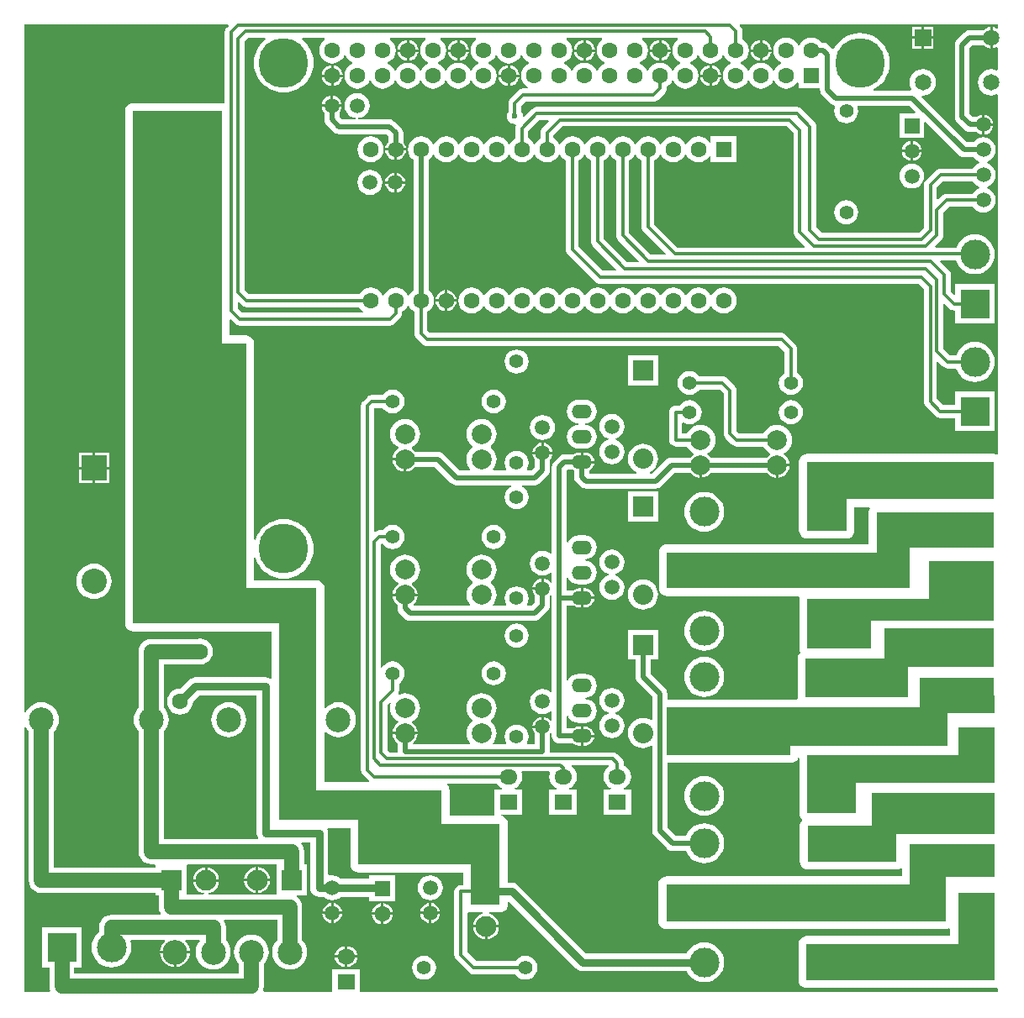
<source format=gbl>
G04 Layer_Physical_Order=2*
G04 Layer_Color=16711680*
%FSLAX25Y25*%
%MOIN*%
G70*
G01*
G75*
%ADD11C,0.07874*%
%ADD12C,0.01968*%
%ADD13C,0.03150*%
%ADD14C,0.01181*%
%ADD15C,0.05905*%
%ADD17C,0.03937*%
%ADD20C,0.11811*%
%ADD21R,0.11811X0.11811*%
%ADD22R,0.11811X0.11811*%
%ADD23C,0.05905*%
%ADD24R,0.06500X0.06500*%
%ADD25C,0.06500*%
%ADD26R,0.05905X0.05905*%
%ADD27C,0.05512*%
%ADD28R,0.06299X0.06299*%
%ADD29C,0.06299*%
%ADD30C,0.08000*%
%ADD31R,0.08000X0.08000*%
%ADD32O,0.07874X0.05512*%
%ADD33O,0.07000X0.06000*%
%ADD34R,0.07000X0.06000*%
%ADD35R,0.10000X0.10000*%
%ADD36C,0.10000*%
%ADD37C,0.09842*%
%ADD38C,0.08268*%
%ADD39R,0.08268X0.08268*%
%ADD40R,0.08268X0.08268*%
%ADD41C,0.19685*%
%ADD42C,0.02362*%
G36*
X1371941Y876063D02*
X1372979Y875266D01*
X1373441Y875075D01*
X1373341Y874575D01*
X1370516D01*
Y864700D01*
X1370516Y864638D01*
X1370365Y864200D01*
X1352685Y864200D01*
X1352685Y874311D01*
X1352576Y875133D01*
X1352259Y875899D01*
X1351779Y876525D01*
X1351818Y876746D01*
X1351913Y877025D01*
X1371202D01*
X1371941Y876063D01*
D02*
G37*
G36*
X1568691Y873228D02*
X1568778Y856890D01*
X1529823Y856890D01*
X1529823Y845965D01*
X1494685D01*
Y860335D01*
X1519980D01*
Y873228D01*
X1568691Y873228D01*
D02*
G37*
G36*
X1568898Y839764D02*
X1549409D01*
Y822342D01*
X1438583D01*
Y836909D01*
X1535236Y836909D01*
X1535236Y852854D01*
X1568800Y852854D01*
X1568898Y839764D01*
D02*
G37*
G36*
X1265055Y1177662D02*
X1264317Y1176924D01*
X1263906Y1176389D01*
X1263649Y1175766D01*
X1263561Y1175098D01*
Y1147138D01*
X1263261Y1146937D01*
X1263061Y1146876D01*
X1262303Y1146976D01*
X1227165D01*
X1226343Y1146868D01*
X1225577Y1146550D01*
X1224919Y1146045D01*
X1224414Y1145388D01*
X1224097Y1144621D01*
X1223989Y1143799D01*
X1223989Y940551D01*
X1224097Y939729D01*
X1224414Y938963D01*
X1224919Y938305D01*
X1225577Y937800D01*
X1226343Y937483D01*
X1227165Y937374D01*
X1282059Y937374D01*
Y918791D01*
X1281611Y918570D01*
X1281511Y918646D01*
X1280649Y919003D01*
X1279724Y919125D01*
X1251870D01*
X1250945Y919003D01*
X1250083Y918646D01*
X1249343Y918078D01*
X1245863Y914598D01*
X1245768Y914611D01*
X1244432Y914435D01*
X1243187Y913920D01*
X1242117Y913099D01*
X1241297Y912030D01*
X1240781Y910785D01*
X1240606Y909449D01*
X1240781Y908113D01*
X1241297Y906868D01*
X1242117Y905799D01*
X1243187Y904978D01*
X1244432Y904463D01*
X1245768Y904287D01*
X1247104Y904463D01*
X1248349Y904978D01*
X1249418Y905799D01*
X1250238Y906868D01*
X1250754Y908113D01*
X1250930Y909449D01*
X1250917Y909544D01*
X1253350Y911977D01*
X1276151D01*
Y857185D01*
X1276272Y856260D01*
X1276629Y855398D01*
X1276694Y855314D01*
X1276473Y854865D01*
X1239314D01*
Y897452D01*
X1240107Y898417D01*
X1240746Y899614D01*
X1241140Y900913D01*
X1241273Y902264D01*
X1241140Y903614D01*
X1240746Y904913D01*
X1240107Y906110D01*
X1239314Y907076D01*
Y924367D01*
X1252251D01*
X1252306Y924344D01*
X1253642Y924168D01*
X1254978Y924344D01*
X1256223Y924860D01*
X1257292Y925680D01*
X1258112Y926750D01*
X1258628Y927995D01*
X1258804Y929331D01*
X1258628Y930667D01*
X1258112Y931912D01*
X1257292Y932981D01*
X1256223Y933801D01*
X1254978Y934317D01*
X1253642Y934493D01*
X1252306Y934317D01*
X1252251Y934294D01*
X1234350D01*
X1233066Y934125D01*
X1231868Y933629D01*
X1230840Y932841D01*
X1230052Y931813D01*
X1229556Y930615D01*
X1229387Y929331D01*
Y907076D01*
X1228594Y906110D01*
X1227954Y904913D01*
X1227560Y903614D01*
X1227427Y902264D01*
X1227560Y900913D01*
X1227954Y899614D01*
X1228594Y898417D01*
X1229387Y897452D01*
Y849902D01*
X1229556Y848617D01*
X1230052Y847420D01*
X1230840Y846392D01*
X1231868Y845603D01*
X1233066Y845107D01*
X1234350Y844938D01*
X1235866D01*
X1236220Y844587D01*
Y843448D01*
X1195810D01*
Y897452D01*
X1196603Y898417D01*
X1197243Y899614D01*
X1197637Y900913D01*
X1197770Y902264D01*
X1197637Y903614D01*
X1197243Y904913D01*
X1196603Y906110D01*
X1195742Y907159D01*
X1194693Y908020D01*
X1193496Y908660D01*
X1192197Y909054D01*
X1190847Y909187D01*
X1189496Y909054D01*
X1188197Y908660D01*
X1187000Y908020D01*
X1185951Y907159D01*
X1185090Y906110D01*
X1184581Y905157D01*
X1184081Y905282D01*
Y1178124D01*
X1264864D01*
X1265055Y1177662D01*
D02*
G37*
G36*
X1303234Y1172709D02*
X1303154Y1172017D01*
X1302511Y1171524D01*
X1301691Y1170455D01*
X1301175Y1169210D01*
X1300999Y1167874D01*
X1301175Y1166538D01*
X1301691Y1165293D01*
X1302511Y1164224D01*
X1303580Y1163403D01*
X1304825Y1162888D01*
X1306161Y1162712D01*
X1307498Y1162888D01*
X1308743Y1163403D01*
X1309812Y1164224D01*
X1310632Y1165293D01*
X1310891Y1165918D01*
X1311432D01*
X1311691Y1165293D01*
X1312511Y1164224D01*
X1313580Y1163403D01*
X1314205Y1163145D01*
Y1162603D01*
X1313580Y1162345D01*
X1312511Y1161524D01*
X1311691Y1160455D01*
X1311175Y1159210D01*
X1310999Y1157874D01*
X1311175Y1156538D01*
X1311691Y1155293D01*
X1312511Y1154224D01*
X1313580Y1153403D01*
X1314825Y1152888D01*
X1316161Y1152712D01*
X1317498Y1152888D01*
X1318742Y1153403D01*
X1319812Y1154224D01*
X1320632Y1155293D01*
X1320891Y1155918D01*
X1321432D01*
X1321691Y1155293D01*
X1322511Y1154224D01*
X1323580Y1153403D01*
X1324825Y1152888D01*
X1326161Y1152712D01*
X1327497Y1152888D01*
X1328743Y1153403D01*
X1329812Y1154224D01*
X1330632Y1155293D01*
X1330891Y1155918D01*
X1331432D01*
X1331691Y1155293D01*
X1332511Y1154224D01*
X1333580Y1153403D01*
X1334825Y1152888D01*
X1336161Y1152712D01*
X1337498Y1152888D01*
X1338743Y1153403D01*
X1339812Y1154224D01*
X1340632Y1155293D01*
X1340891Y1155918D01*
X1341432D01*
X1341691Y1155293D01*
X1342511Y1154224D01*
X1343580Y1153403D01*
X1344825Y1152888D01*
X1346161Y1152712D01*
X1347497Y1152888D01*
X1348742Y1153403D01*
X1349812Y1154224D01*
X1350632Y1155293D01*
X1350891Y1155918D01*
X1351432D01*
X1351691Y1155293D01*
X1352511Y1154224D01*
X1353580Y1153403D01*
X1354825Y1152888D01*
X1356161Y1152712D01*
X1357498Y1152888D01*
X1358743Y1153403D01*
X1359812Y1154224D01*
X1360632Y1155293D01*
X1360891Y1155918D01*
X1361432D01*
X1361691Y1155293D01*
X1362511Y1154224D01*
X1363580Y1153403D01*
X1364825Y1152888D01*
X1366161Y1152712D01*
X1367498Y1152888D01*
X1368742Y1153403D01*
X1369812Y1154224D01*
X1370632Y1155293D01*
X1371148Y1156538D01*
X1371324Y1157874D01*
X1371148Y1159210D01*
X1370632Y1160455D01*
X1369812Y1161524D01*
X1368742Y1162345D01*
X1368118Y1162603D01*
Y1163145D01*
X1368742Y1163403D01*
X1369812Y1164224D01*
X1370632Y1165293D01*
X1370891Y1165918D01*
X1371432D01*
X1371691Y1165293D01*
X1372511Y1164224D01*
X1373580Y1163403D01*
X1374825Y1162888D01*
X1376161Y1162712D01*
X1377497Y1162888D01*
X1378743Y1163403D01*
X1379812Y1164224D01*
X1380632Y1165293D01*
X1380891Y1165918D01*
X1381432D01*
X1381691Y1165293D01*
X1382511Y1164224D01*
X1383580Y1163403D01*
X1384205Y1163145D01*
Y1162603D01*
X1383580Y1162345D01*
X1382511Y1161524D01*
X1381691Y1160455D01*
X1381175Y1159210D01*
X1380999Y1157874D01*
X1381175Y1156538D01*
X1381691Y1155293D01*
X1382511Y1154224D01*
X1383580Y1153403D01*
X1383883Y1153278D01*
X1383784Y1152778D01*
X1381791D01*
X1381123Y1152690D01*
X1380501Y1152432D01*
X1379966Y1152022D01*
X1376687Y1148743D01*
X1376277Y1148208D01*
X1376019Y1147586D01*
X1375931Y1146918D01*
Y1143598D01*
X1375761Y1143376D01*
X1375444Y1142610D01*
X1375335Y1141788D01*
X1375444Y1140966D01*
X1375761Y1140200D01*
X1376266Y1139542D01*
X1376924Y1139037D01*
X1377690Y1138719D01*
X1378512Y1138611D01*
X1378771Y1138645D01*
X1379044Y1138180D01*
X1378786Y1137558D01*
X1378698Y1136890D01*
Y1133073D01*
X1377629Y1132253D01*
X1376809Y1131184D01*
X1376550Y1130559D01*
X1376009D01*
X1375750Y1131184D01*
X1374930Y1132253D01*
X1373861Y1133073D01*
X1372616Y1133589D01*
X1371280Y1133765D01*
X1369943Y1133589D01*
X1368698Y1133073D01*
X1367629Y1132253D01*
X1366809Y1131184D01*
X1366550Y1130559D01*
X1366009D01*
X1365750Y1131184D01*
X1364930Y1132253D01*
X1363861Y1133073D01*
X1362616Y1133589D01*
X1361279Y1133765D01*
X1359943Y1133589D01*
X1358698Y1133073D01*
X1357629Y1132253D01*
X1356809Y1131184D01*
X1356550Y1130559D01*
X1356009D01*
X1355750Y1131184D01*
X1354930Y1132253D01*
X1353861Y1133073D01*
X1352616Y1133589D01*
X1351280Y1133765D01*
X1349943Y1133589D01*
X1348698Y1133073D01*
X1347629Y1132253D01*
X1346809Y1131184D01*
X1346550Y1130559D01*
X1346009D01*
X1345750Y1131184D01*
X1344930Y1132253D01*
X1343861Y1133073D01*
X1342616Y1133589D01*
X1341280Y1133765D01*
X1339943Y1133589D01*
X1338698Y1133073D01*
X1337629Y1132253D01*
X1336809Y1131184D01*
X1336293Y1129939D01*
X1336117Y1128602D01*
X1336293Y1127266D01*
X1336809Y1126021D01*
X1337629Y1124952D01*
X1338301Y1124436D01*
Y1072768D01*
X1337629Y1072253D01*
X1336809Y1071183D01*
X1336550Y1070559D01*
X1336009D01*
X1335750Y1071183D01*
X1334930Y1072253D01*
X1333861Y1073073D01*
X1332616Y1073589D01*
X1331279Y1073765D01*
X1329943Y1073589D01*
X1328698Y1073073D01*
X1327629Y1072253D01*
X1326809Y1071183D01*
X1326550Y1070559D01*
X1326009D01*
X1325750Y1071183D01*
X1324930Y1072253D01*
X1323861Y1073073D01*
X1322616Y1073589D01*
X1321280Y1073765D01*
X1319943Y1073589D01*
X1318698Y1073073D01*
X1317629Y1072253D01*
X1316809Y1071183D01*
X1273215D01*
X1271380Y1073018D01*
Y1171470D01*
X1272723Y1172813D01*
X1279452D01*
X1279636Y1172313D01*
X1278532Y1171370D01*
X1277325Y1169956D01*
X1276353Y1168371D01*
X1275642Y1166653D01*
X1275208Y1164845D01*
X1275062Y1162992D01*
X1275208Y1161139D01*
X1275642Y1159331D01*
X1276353Y1157613D01*
X1277325Y1156028D01*
X1278532Y1154615D01*
X1279946Y1153407D01*
X1281531Y1152436D01*
X1283248Y1151724D01*
X1285056Y1151290D01*
X1286909Y1151145D01*
X1288763Y1151290D01*
X1290571Y1151724D01*
X1292288Y1152436D01*
X1293873Y1153407D01*
X1295287Y1154615D01*
X1296494Y1156028D01*
X1297466Y1157613D01*
X1298177Y1159331D01*
X1298611Y1161139D01*
X1298757Y1162992D01*
X1298611Y1164845D01*
X1298177Y1166653D01*
X1297466Y1168371D01*
X1296494Y1169956D01*
X1295287Y1171370D01*
X1294183Y1172313D01*
X1294367Y1172813D01*
X1303151D01*
X1303234Y1172709D01*
D02*
G37*
G36*
X1568691Y899213D02*
Y877067D01*
X1513878Y877067D01*
X1513878Y865256D01*
X1494488D01*
Y888091D01*
X1554528D01*
X1554527Y899213D01*
X1568691Y899213D01*
D02*
G37*
G36*
X1443234Y1172709D02*
X1443154Y1172017D01*
X1442511Y1171524D01*
X1441691Y1170455D01*
X1441175Y1169210D01*
X1440999Y1167874D01*
X1441175Y1166538D01*
X1441691Y1165293D01*
X1442511Y1164224D01*
X1443580Y1163403D01*
X1444205Y1163145D01*
Y1162603D01*
X1443580Y1162345D01*
X1442511Y1161524D01*
X1441691Y1160455D01*
X1441432Y1159830D01*
X1440891D01*
X1440632Y1160455D01*
X1439812Y1161524D01*
X1438743Y1162345D01*
X1437498Y1162860D01*
X1436161Y1163036D01*
X1434825Y1162860D01*
X1433580Y1162345D01*
X1432511Y1161524D01*
X1431691Y1160455D01*
X1431432Y1159830D01*
X1430891D01*
X1430632Y1160455D01*
X1429812Y1161524D01*
X1428743Y1162345D01*
X1428118Y1162603D01*
Y1163145D01*
X1428743Y1163403D01*
X1429812Y1164224D01*
X1430632Y1165293D01*
X1431148Y1166538D01*
X1431324Y1167874D01*
X1431148Y1169210D01*
X1430632Y1170455D01*
X1429812Y1171524D01*
X1429169Y1172017D01*
X1429088Y1172709D01*
X1429172Y1172813D01*
X1443151D01*
X1443234Y1172709D01*
D02*
G37*
G36*
X1461691Y1165293D02*
X1462511Y1164224D01*
X1463580Y1163403D01*
X1464205Y1163145D01*
Y1162603D01*
X1463580Y1162345D01*
X1462511Y1161524D01*
X1461691Y1160455D01*
X1461175Y1159210D01*
X1460999Y1157874D01*
X1461175Y1156538D01*
X1461691Y1155293D01*
X1462511Y1154224D01*
X1463580Y1153403D01*
X1464825Y1152888D01*
X1466161Y1152712D01*
X1467498Y1152888D01*
X1468742Y1153403D01*
X1469812Y1154224D01*
X1470632Y1155293D01*
X1470891Y1155918D01*
X1471432D01*
X1471691Y1155293D01*
X1472511Y1154224D01*
X1473580Y1153403D01*
X1474825Y1152888D01*
X1476161Y1152712D01*
X1477497Y1152888D01*
X1478743Y1153403D01*
X1479812Y1154224D01*
X1480632Y1155293D01*
X1480891Y1155918D01*
X1481432D01*
X1481691Y1155293D01*
X1482511Y1154224D01*
X1483580Y1153403D01*
X1484825Y1152888D01*
X1486161Y1152712D01*
X1487498Y1152888D01*
X1488743Y1153403D01*
X1489812Y1154224D01*
X1490543Y1155177D01*
X1491043Y1155043D01*
Y1152756D01*
X1499482D01*
Y1152264D01*
X1499584Y1151493D01*
X1499881Y1150775D01*
X1500355Y1150158D01*
X1503603Y1146910D01*
X1504220Y1146437D01*
X1504938Y1146139D01*
X1505239Y1146099D01*
X1505554Y1145554D01*
X1505338Y1145033D01*
X1505176Y1143799D01*
X1505338Y1142566D01*
X1505814Y1141417D01*
X1506571Y1140430D01*
X1507558Y1139672D01*
X1508708Y1139196D01*
X1509941Y1139034D01*
X1511174Y1139196D01*
X1512323Y1139672D01*
X1513310Y1140430D01*
X1514068Y1141417D01*
X1514544Y1142566D01*
X1514706Y1143799D01*
X1514544Y1145033D01*
X1514300Y1145622D01*
X1514577Y1146037D01*
X1534790D01*
X1537433Y1143395D01*
X1537241Y1142933D01*
X1531004D01*
Y1133090D01*
X1540847D01*
Y1139328D01*
X1541309Y1139519D01*
X1554488Y1126339D01*
X1554489Y1126339D01*
X1555105Y1125866D01*
X1555824Y1125568D01*
X1556594Y1125467D01*
X1560354D01*
X1560762Y1124935D01*
X1561790Y1124146D01*
X1562863Y1123702D01*
X1562862Y1123188D01*
X1561790Y1122744D01*
X1560762Y1121955D01*
X1560049Y1121026D01*
X1547284D01*
X1546616Y1120938D01*
X1545993Y1120681D01*
X1545459Y1120270D01*
X1541482Y1116294D01*
X1541072Y1115759D01*
X1540814Y1115137D01*
X1540726Y1114468D01*
Y1097624D01*
X1538695Y1095593D01*
X1500282D01*
X1498152Y1097723D01*
Y1137598D01*
X1498064Y1138266D01*
X1497806Y1138889D01*
X1497396Y1139424D01*
X1492179Y1144640D01*
X1491645Y1145050D01*
X1491022Y1145308D01*
X1490354Y1145396D01*
X1387205D01*
X1386537Y1145308D01*
X1385914Y1145050D01*
X1385380Y1144640D01*
X1382143Y1141403D01*
X1381669Y1141637D01*
X1381689Y1141788D01*
X1381581Y1142610D01*
X1381263Y1143376D01*
X1381093Y1143598D01*
Y1145848D01*
X1382860Y1147616D01*
X1433563D01*
X1434231Y1147704D01*
X1434853Y1147962D01*
X1435388Y1148372D01*
X1437986Y1150970D01*
X1438397Y1151505D01*
X1438655Y1152127D01*
X1438743Y1152795D01*
Y1153403D01*
X1439812Y1154224D01*
X1440632Y1155293D01*
X1440891Y1155918D01*
X1441432D01*
X1441691Y1155293D01*
X1442511Y1154224D01*
X1443580Y1153403D01*
X1444825Y1152888D01*
X1446161Y1152712D01*
X1447497Y1152888D01*
X1448742Y1153403D01*
X1449812Y1154224D01*
X1450632Y1155293D01*
X1451148Y1156538D01*
X1451324Y1157874D01*
X1451148Y1159210D01*
X1450632Y1160455D01*
X1449812Y1161524D01*
X1448742Y1162345D01*
X1448118Y1162603D01*
Y1163145D01*
X1448742Y1163403D01*
X1449812Y1164224D01*
X1450632Y1165293D01*
X1450891Y1165918D01*
X1451432D01*
X1451691Y1165293D01*
X1452511Y1164224D01*
X1453580Y1163403D01*
X1454825Y1162888D01*
X1456161Y1162712D01*
X1457498Y1162888D01*
X1458743Y1163403D01*
X1459812Y1164224D01*
X1460632Y1165293D01*
X1460891Y1165918D01*
X1461432D01*
X1461691Y1165293D01*
D02*
G37*
G36*
X1283957Y844783D02*
Y832917D01*
X1256974D01*
X1256941Y833416D01*
X1257443Y833482D01*
X1258691Y834000D01*
X1259764Y834823D01*
X1260587Y835895D01*
X1261104Y837144D01*
X1261215Y837984D01*
X1250990D01*
X1251101Y837144D01*
X1251618Y835895D01*
X1252441Y834823D01*
X1253513Y834000D01*
X1254762Y833482D01*
X1255264Y833416D01*
X1255231Y832917D01*
X1248425D01*
Y844587D01*
X1248780Y844938D01*
X1283521D01*
X1283957Y844783D01*
D02*
G37*
G36*
X1343234Y1172709D02*
X1343154Y1172017D01*
X1342511Y1171524D01*
X1341691Y1170455D01*
X1341175Y1169210D01*
X1340999Y1167874D01*
X1341175Y1166538D01*
X1341691Y1165293D01*
X1342511Y1164224D01*
X1343580Y1163403D01*
X1344205Y1163145D01*
Y1162603D01*
X1343580Y1162345D01*
X1342511Y1161524D01*
X1341691Y1160455D01*
X1341432Y1159830D01*
X1340891D01*
X1340632Y1160455D01*
X1339812Y1161524D01*
X1338743Y1162345D01*
X1337498Y1162860D01*
X1336161Y1163036D01*
X1334825Y1162860D01*
X1333580Y1162345D01*
X1332511Y1161524D01*
X1331691Y1160455D01*
X1331432Y1159830D01*
X1330891D01*
X1330632Y1160455D01*
X1329812Y1161524D01*
X1328743Y1162345D01*
X1328118Y1162603D01*
Y1163145D01*
X1328743Y1163403D01*
X1329812Y1164224D01*
X1330632Y1165293D01*
X1331148Y1166538D01*
X1331324Y1167874D01*
X1331148Y1169210D01*
X1330632Y1170455D01*
X1329812Y1171524D01*
X1329169Y1172017D01*
X1329088Y1172709D01*
X1329172Y1172813D01*
X1343151D01*
X1343234Y1172709D01*
D02*
G37*
G36*
X1363234D02*
X1363154Y1172017D01*
X1362511Y1171524D01*
X1361691Y1170455D01*
X1361175Y1169210D01*
X1360999Y1167874D01*
X1361175Y1166538D01*
X1361691Y1165293D01*
X1362511Y1164224D01*
X1363580Y1163403D01*
X1364205Y1163145D01*
Y1162603D01*
X1363580Y1162345D01*
X1362511Y1161524D01*
X1361691Y1160455D01*
X1361432Y1159830D01*
X1360891D01*
X1360632Y1160455D01*
X1359812Y1161524D01*
X1358743Y1162345D01*
X1357498Y1162860D01*
X1356161Y1163036D01*
X1354825Y1162860D01*
X1353580Y1162345D01*
X1352511Y1161524D01*
X1351691Y1160455D01*
X1351432Y1159830D01*
X1350891D01*
X1350632Y1160455D01*
X1349812Y1161524D01*
X1348742Y1162345D01*
X1348118Y1162603D01*
Y1163145D01*
X1348742Y1163403D01*
X1349812Y1164224D01*
X1350632Y1165293D01*
X1351148Y1166538D01*
X1351324Y1167874D01*
X1351148Y1169210D01*
X1350632Y1170455D01*
X1349812Y1171524D01*
X1349169Y1172017D01*
X1349088Y1172709D01*
X1349172Y1172813D01*
X1363151D01*
X1363234Y1172709D01*
D02*
G37*
G36*
X1413234D02*
X1413154Y1172017D01*
X1412511Y1171524D01*
X1411691Y1170455D01*
X1411175Y1169210D01*
X1410999Y1167874D01*
X1411175Y1166538D01*
X1411691Y1165293D01*
X1412511Y1164224D01*
X1413580Y1163403D01*
X1414205Y1163145D01*
Y1162603D01*
X1413580Y1162345D01*
X1412511Y1161524D01*
X1411691Y1160455D01*
X1411432Y1159830D01*
X1410891D01*
X1410632Y1160455D01*
X1409812Y1161524D01*
X1408743Y1162345D01*
X1407498Y1162860D01*
X1406161Y1163036D01*
X1404825Y1162860D01*
X1403580Y1162345D01*
X1402511Y1161524D01*
X1401691Y1160455D01*
X1401432Y1159830D01*
X1400891D01*
X1400632Y1160455D01*
X1399812Y1161524D01*
X1398742Y1162345D01*
X1398118Y1162603D01*
Y1163145D01*
X1398742Y1163403D01*
X1399812Y1164224D01*
X1400632Y1165293D01*
X1401148Y1166538D01*
X1401324Y1167874D01*
X1401148Y1169210D01*
X1400632Y1170455D01*
X1399812Y1171524D01*
X1399169Y1172017D01*
X1399088Y1172709D01*
X1399172Y1172813D01*
X1413151D01*
X1413234Y1172709D01*
D02*
G37*
G36*
X1416809Y1126021D02*
X1417629Y1124952D01*
X1418698Y1124132D01*
Y1094468D01*
X1418786Y1093800D01*
X1419044Y1093178D01*
X1419454Y1092643D01*
X1427756Y1084342D01*
X1427564Y1083880D01*
X1423116D01*
X1413861Y1093136D01*
Y1124132D01*
X1414930Y1124952D01*
X1415750Y1126021D01*
X1416009Y1126646D01*
X1416550D01*
X1416809Y1126021D01*
D02*
G37*
G36*
X1426809D02*
X1427629Y1124952D01*
X1428698Y1124132D01*
Y1097953D01*
X1428786Y1097285D01*
X1429044Y1096662D01*
X1429454Y1096128D01*
X1438287Y1087295D01*
X1438096Y1086833D01*
X1432565D01*
X1423861Y1095538D01*
Y1124132D01*
X1424930Y1124952D01*
X1425750Y1126021D01*
X1426009Y1126646D01*
X1426550D01*
X1426809Y1126021D01*
D02*
G37*
G36*
X1560762Y1114935D02*
X1561790Y1114147D01*
X1562863Y1113702D01*
X1562863Y1113701D01*
Y1113189D01*
X1562863Y1113189D01*
X1561790Y1112744D01*
X1560762Y1111955D01*
X1560049Y1111026D01*
X1549685D01*
X1549017Y1110938D01*
X1548395Y1110680D01*
X1547860Y1110270D01*
X1546350Y1108760D01*
X1545888Y1108952D01*
Y1113399D01*
X1548353Y1115864D01*
X1560049D01*
X1560762Y1114935D01*
D02*
G37*
G36*
X1270321Y1066777D02*
X1270855Y1066367D01*
X1271478Y1066109D01*
X1272146Y1066021D01*
X1316809D01*
X1317629Y1064952D01*
X1318477Y1064302D01*
X1318307Y1063802D01*
X1270557D01*
X1268723Y1065636D01*
Y1067722D01*
X1269185Y1067913D01*
X1270321Y1066777D01*
D02*
G37*
G36*
X1568560Y1004626D02*
Y989862D01*
X1510039Y989862D01*
Y977362D01*
X1494390D01*
Y1004626D01*
X1568560Y1004626D01*
D02*
G37*
G36*
X1406809Y1126021D02*
X1407629Y1124952D01*
X1408698Y1124132D01*
Y1092067D01*
X1408786Y1091399D01*
X1409044Y1090776D01*
X1409454Y1090242D01*
X1418799Y1080897D01*
X1418607Y1080435D01*
X1413471D01*
X1403861Y1090046D01*
Y1124132D01*
X1404930Y1124952D01*
X1405750Y1126021D01*
X1406009Y1126646D01*
X1406550D01*
X1406809Y1126021D01*
D02*
G37*
G36*
X1568560Y938681D02*
X1568560Y923130D01*
X1534350D01*
X1534350Y911319D01*
X1493898Y911319D01*
Y926575D01*
X1525197D01*
Y938681D01*
X1568560Y938681D01*
D02*
G37*
G36*
X1392027Y1139772D02*
X1389454Y1137199D01*
X1389044Y1136665D01*
X1388786Y1136042D01*
X1388698Y1135374D01*
Y1133073D01*
X1387629Y1132253D01*
X1386809Y1131184D01*
X1386550Y1130559D01*
X1386009D01*
X1385750Y1131184D01*
X1384930Y1132253D01*
X1383861Y1133073D01*
Y1135821D01*
X1388274Y1140234D01*
X1391836D01*
X1392027Y1139772D01*
D02*
G37*
G36*
X1568560Y918898D02*
X1568652Y905020D01*
X1550197Y905020D01*
Y891831D01*
X1487894D01*
Y888287D01*
X1438878Y888287D01*
Y907185D01*
X1538976Y907185D01*
Y918898D01*
X1568560Y918898D01*
D02*
G37*
G36*
X1568560Y970472D02*
X1534941D01*
Y954528D01*
X1438780D01*
Y968701D01*
X1522047D01*
Y984646D01*
X1568560D01*
Y970472D01*
D02*
G37*
G36*
X1488954Y1135053D02*
Y1095768D01*
X1489042Y1095100D01*
X1489300Y1094477D01*
X1489710Y1093943D01*
X1493503Y1090149D01*
X1493312Y1089687D01*
X1443195D01*
X1433861Y1099022D01*
Y1124132D01*
X1434930Y1124952D01*
X1435750Y1126021D01*
X1436009Y1126646D01*
X1436550D01*
X1436809Y1126021D01*
X1437629Y1124952D01*
X1438698Y1124132D01*
X1439943Y1123616D01*
X1441280Y1123440D01*
X1442616Y1123616D01*
X1443861Y1124132D01*
X1444930Y1124952D01*
X1445750Y1126021D01*
X1446009Y1126646D01*
X1446550D01*
X1446809Y1126021D01*
X1447629Y1124952D01*
X1448698Y1124132D01*
X1449943Y1123616D01*
X1451280Y1123440D01*
X1452616Y1123616D01*
X1453861Y1124132D01*
X1454930Y1124952D01*
X1455661Y1125906D01*
X1456161Y1125771D01*
Y1123484D01*
X1466398D01*
Y1133720D01*
X1456161D01*
Y1131433D01*
X1455661Y1131299D01*
X1454930Y1132253D01*
X1453861Y1133073D01*
X1452616Y1133589D01*
X1451280Y1133765D01*
X1449943Y1133589D01*
X1448698Y1133073D01*
X1447629Y1132253D01*
X1446809Y1131184D01*
X1446550Y1130559D01*
X1446009D01*
X1445750Y1131184D01*
X1444930Y1132253D01*
X1443861Y1133073D01*
X1442616Y1133589D01*
X1441280Y1133765D01*
X1439943Y1133589D01*
X1438698Y1133073D01*
X1437629Y1132253D01*
X1436809Y1131184D01*
X1436550Y1130559D01*
X1436009D01*
X1435750Y1131184D01*
X1434930Y1132253D01*
X1433861Y1133073D01*
X1432616Y1133589D01*
X1431279Y1133765D01*
X1429943Y1133589D01*
X1428698Y1133073D01*
X1427629Y1132253D01*
X1426809Y1131184D01*
X1426550Y1130559D01*
X1426009D01*
X1425750Y1131184D01*
X1424930Y1132253D01*
X1423861Y1133073D01*
X1422616Y1133589D01*
X1421280Y1133765D01*
X1419943Y1133589D01*
X1418698Y1133073D01*
X1417629Y1132253D01*
X1416809Y1131184D01*
X1416550Y1130559D01*
X1416009D01*
X1415750Y1131184D01*
X1414930Y1132253D01*
X1413861Y1133073D01*
X1412616Y1133589D01*
X1411279Y1133765D01*
X1409943Y1133589D01*
X1408698Y1133073D01*
X1407629Y1132253D01*
X1406809Y1131184D01*
X1406550Y1130559D01*
X1406009D01*
X1405750Y1131184D01*
X1404930Y1132253D01*
X1403861Y1133073D01*
X1402616Y1133589D01*
X1401280Y1133765D01*
X1399943Y1133589D01*
X1398698Y1133073D01*
X1397629Y1132253D01*
X1396809Y1131184D01*
X1396550Y1130559D01*
X1396009D01*
X1395750Y1131184D01*
X1394930Y1132253D01*
X1393861Y1133073D01*
Y1134305D01*
X1397329Y1137773D01*
X1486234D01*
X1488954Y1135053D01*
D02*
G37*
G36*
X1568560Y965256D02*
X1568560Y941437D01*
X1519783Y941437D01*
X1519783Y930413D01*
X1494488D01*
Y950295D01*
X1542618D01*
Y965256D01*
X1568560Y965256D01*
D02*
G37*
G36*
X1568898Y833465D02*
X1568898Y798917D01*
X1494193Y798917D01*
Y813287D01*
X1554331D01*
Y833465D01*
X1568898Y833465D01*
D02*
G37*
G36*
X1262303Y1051575D02*
X1271949Y1051575D01*
X1271949Y954429D01*
X1299902Y954429D01*
X1299902Y874311D01*
X1349508Y874311D01*
X1349508Y861024D01*
X1372539Y861024D01*
X1372539Y828937D01*
X1361122Y828937D01*
X1361122Y844882D01*
X1316437Y844882D01*
X1316437Y862500D01*
X1285236D01*
Y940551D01*
X1227165Y940551D01*
X1227165Y1143799D01*
X1262303D01*
Y1051575D01*
D02*
G37*
G36*
X1570053Y1176836D02*
X1569605Y1176615D01*
X1569565Y1176645D01*
X1568531Y1177074D01*
X1567921Y1177154D01*
Y1172933D01*
Y1168712D01*
X1568531Y1168793D01*
X1569565Y1169221D01*
X1569605Y1169252D01*
X1570053Y1169030D01*
Y1160316D01*
X1569553Y1159982D01*
X1568784Y1160301D01*
X1567421Y1160480D01*
X1566059Y1160301D01*
X1564789Y1159775D01*
X1563699Y1158938D01*
X1562863Y1157848D01*
X1562337Y1156579D01*
X1562158Y1155217D01*
X1562337Y1153854D01*
X1562863Y1152585D01*
X1563699Y1151495D01*
X1564789Y1150658D01*
X1566059Y1150132D01*
X1567421Y1149953D01*
X1568784Y1150132D01*
X1569553Y1150451D01*
X1570053Y1150117D01*
Y1007866D01*
X1569637Y1007589D01*
X1569382Y1007695D01*
X1568560Y1007803D01*
X1494390Y1007803D01*
X1493567Y1007695D01*
X1492801Y1007377D01*
X1492143Y1006872D01*
X1491639Y1006214D01*
X1491321Y1005448D01*
X1491213Y1004626D01*
Y977362D01*
X1491321Y976540D01*
X1491639Y975774D01*
X1492143Y975116D01*
X1492801Y974611D01*
X1493567Y974294D01*
X1494390Y974185D01*
X1510039D01*
X1510862Y974294D01*
X1511628Y974611D01*
X1512286Y975116D01*
X1512791Y975774D01*
X1513108Y976540D01*
X1513216Y977362D01*
Y986685D01*
X1519077D01*
X1519142Y986554D01*
X1519276Y986185D01*
X1518979Y985468D01*
X1518870Y984646D01*
Y971878D01*
X1438780D01*
X1437957Y971769D01*
X1437191Y971452D01*
X1436533Y970947D01*
X1436028Y970289D01*
X1435711Y969523D01*
X1435603Y968701D01*
Y954528D01*
X1435711Y953705D01*
X1436028Y952939D01*
X1436533Y952281D01*
X1437191Y951776D01*
X1437957Y951459D01*
X1438780Y951351D01*
X1491021D01*
X1491385Y950851D01*
X1491311Y950295D01*
Y930413D01*
X1491420Y929591D01*
X1491718Y928872D01*
X1491651Y928821D01*
X1491146Y928163D01*
X1490829Y927397D01*
X1490721Y926575D01*
Y911319D01*
X1490781Y910862D01*
X1490374Y910362D01*
X1439002Y910362D01*
Y912598D01*
X1439002Y912598D01*
X1438900Y913369D01*
X1438603Y914088D01*
X1438130Y914704D01*
X1438130Y914704D01*
X1432342Y920492D01*
Y926059D01*
X1435332D01*
Y937996D01*
X1423395D01*
Y926059D01*
X1426385D01*
Y919259D01*
X1426487Y918488D01*
X1426784Y917770D01*
X1427258Y917153D01*
X1433045Y911365D01*
Y902316D01*
X1432545Y902094D01*
X1431658Y902568D01*
X1430534Y902910D01*
X1429363Y903025D01*
X1428193Y902910D01*
X1427068Y902568D01*
X1426031Y902014D01*
X1425123Y901268D01*
X1424377Y900360D01*
X1423823Y899323D01*
X1423481Y898198D01*
X1423366Y897027D01*
X1423481Y895858D01*
X1423823Y894732D01*
X1424377Y893696D01*
X1425123Y892787D01*
X1426031Y892041D01*
X1427068Y891487D01*
X1428193Y891145D01*
X1429363Y891030D01*
X1430534Y891145D01*
X1431658Y891487D01*
X1432545Y891961D01*
X1433045Y891739D01*
Y858169D01*
X1433147Y857399D01*
X1433444Y856680D01*
X1433918Y856063D01*
X1438839Y851142D01*
X1439456Y850669D01*
X1440174Y850371D01*
X1440945Y850270D01*
X1446317D01*
X1446332Y850220D01*
X1447063Y848852D01*
X1448047Y847653D01*
X1449246Y846669D01*
X1450614Y845938D01*
X1452098Y845488D01*
X1453642Y845336D01*
X1455185Y845488D01*
X1456670Y845938D01*
X1458037Y846669D01*
X1459236Y847653D01*
X1460220Y848852D01*
X1460952Y850220D01*
X1461402Y851704D01*
X1461554Y853248D01*
X1461402Y854792D01*
X1460952Y856276D01*
X1460220Y857644D01*
X1459236Y858843D01*
X1458037Y859827D01*
X1456670Y860558D01*
X1455185Y861008D01*
X1453642Y861160D01*
X1452098Y861008D01*
X1450614Y860558D01*
X1449246Y859827D01*
X1448047Y858843D01*
X1447063Y857644D01*
X1446332Y856276D01*
X1446317Y856226D01*
X1442179D01*
X1439002Y859403D01*
Y885111D01*
X1487894Y885111D01*
X1488716Y885219D01*
X1489482Y885536D01*
X1490140Y886041D01*
X1490645Y886699D01*
X1490811Y887101D01*
X1491311Y887002D01*
Y865256D01*
X1491420Y864434D01*
X1491737Y863667D01*
X1492242Y863010D01*
X1492248Y863004D01*
X1492268Y862359D01*
X1491934Y861923D01*
X1491617Y861157D01*
X1491508Y860335D01*
Y845965D01*
X1491617Y845142D01*
X1491934Y844376D01*
X1492439Y843718D01*
X1493097Y843213D01*
X1493863Y842896D01*
X1494685Y842788D01*
X1529823D01*
X1530645Y842896D01*
X1531411Y843213D01*
X1531611Y843367D01*
X1532059Y843145D01*
Y840086D01*
X1438583Y840086D01*
X1437761Y839978D01*
X1436994Y839661D01*
X1436336Y839156D01*
X1435832Y838498D01*
X1435514Y837732D01*
X1435406Y836909D01*
Y822342D01*
X1435514Y821520D01*
X1435832Y820754D01*
X1436336Y820096D01*
X1436994Y819591D01*
X1437761Y819274D01*
X1438583Y819166D01*
X1549409D01*
X1550232Y819274D01*
X1550654Y819449D01*
X1551154Y819115D01*
Y816464D01*
X1494193D01*
X1493371Y816356D01*
X1492605Y816039D01*
X1491947Y815534D01*
X1491442Y814876D01*
X1491124Y814110D01*
X1491016Y813287D01*
Y798917D01*
X1491124Y798095D01*
X1491442Y797329D01*
X1491947Y796671D01*
X1492605Y796166D01*
X1493371Y795849D01*
X1494193Y795741D01*
X1568898Y795741D01*
X1569553Y795827D01*
X1570053Y795508D01*
Y794317D01*
X1317083D01*
Y803216D01*
X1306146D01*
Y794317D01*
X1279004D01*
X1278727Y794733D01*
X1278909Y795172D01*
X1279078Y796457D01*
Y805227D01*
X1279871Y806193D01*
X1280510Y807390D01*
X1280904Y808689D01*
X1281037Y810039D01*
X1280904Y811390D01*
X1280510Y812689D01*
X1279871Y813886D01*
X1279010Y814935D01*
X1277960Y815796D01*
X1276764Y816436D01*
X1275465Y816829D01*
X1274114Y816963D01*
X1272764Y816829D01*
X1271465Y816436D01*
X1270268Y815796D01*
X1269219Y814935D01*
X1268358Y813886D01*
X1267718Y812689D01*
X1267324Y811390D01*
X1267191Y810039D01*
X1267324Y808689D01*
X1267718Y807390D01*
X1268358Y806193D01*
X1269150Y805227D01*
Y801420D01*
X1203881D01*
Y804035D01*
X1206791D01*
Y819783D01*
X1191043D01*
Y804035D01*
X1193954D01*
Y796457D01*
X1194123Y795172D01*
X1194305Y794733D01*
X1194027Y794317D01*
X1184081D01*
Y899245D01*
X1184581Y899371D01*
X1185090Y898417D01*
X1185883Y897452D01*
Y838484D01*
X1186052Y837199D01*
X1186548Y836002D01*
X1187337Y834974D01*
X1188365Y834186D01*
X1189562Y833690D01*
X1190847Y833521D01*
X1236220D01*
Y832382D01*
X1237359D01*
Y827953D01*
X1237528Y826668D01*
X1238024Y825471D01*
X1238160Y825294D01*
X1237939Y824846D01*
X1218602D01*
X1217318Y824677D01*
X1216121Y824181D01*
X1215092Y823392D01*
X1214304Y822364D01*
X1213808Y821167D01*
X1213639Y819882D01*
Y818022D01*
X1213008Y817504D01*
X1212024Y816305D01*
X1211292Y814937D01*
X1210842Y813453D01*
X1210690Y811909D01*
X1210842Y810366D01*
X1211292Y808882D01*
X1212024Y807514D01*
X1213008Y806315D01*
X1214207Y805331D01*
X1215575Y804600D01*
X1217059Y804149D01*
X1218602Y803997D01*
X1220146Y804149D01*
X1221630Y804600D01*
X1222998Y805331D01*
X1224197Y806315D01*
X1225181Y807514D01*
X1225912Y808882D01*
X1226363Y810366D01*
X1226515Y811909D01*
X1226363Y813453D01*
X1226040Y814517D01*
X1226338Y814918D01*
X1239668D01*
X1239837Y814447D01*
X1239592Y814247D01*
X1238852Y813345D01*
X1238302Y812316D01*
X1237964Y811200D01*
X1237899Y810539D01*
X1243799D01*
X1249700D01*
X1249635Y811200D01*
X1249296Y812316D01*
X1248746Y813345D01*
X1248006Y814247D01*
X1247762Y814447D01*
X1247930Y814918D01*
X1253401D01*
X1253637Y814418D01*
X1253200Y813886D01*
X1252561Y812689D01*
X1252167Y811390D01*
X1252034Y810039D01*
X1252167Y808689D01*
X1252561Y807390D01*
X1253200Y806193D01*
X1254061Y805144D01*
X1255110Y804283D01*
X1256307Y803643D01*
X1257606Y803249D01*
X1258957Y803116D01*
X1260307Y803249D01*
X1261606Y803643D01*
X1262803Y804283D01*
X1263852Y805144D01*
X1264713Y806193D01*
X1265353Y807390D01*
X1265747Y808689D01*
X1265880Y810039D01*
X1265747Y811390D01*
X1265353Y812689D01*
X1264713Y813886D01*
X1263920Y814851D01*
Y819882D01*
X1263751Y821167D01*
X1263255Y822364D01*
X1263120Y822541D01*
X1263341Y822989D01*
X1284308D01*
Y814851D01*
X1283515Y813886D01*
X1282876Y812689D01*
X1282482Y811390D01*
X1282349Y810039D01*
X1282482Y808689D01*
X1282876Y807390D01*
X1283515Y806193D01*
X1284376Y805144D01*
X1285425Y804283D01*
X1286622Y803643D01*
X1287921Y803249D01*
X1289272Y803116D01*
X1290622Y803249D01*
X1291921Y803643D01*
X1293118Y804283D01*
X1294167Y805144D01*
X1295028Y806193D01*
X1295668Y807390D01*
X1296062Y808689D01*
X1296195Y810039D01*
X1296062Y811390D01*
X1295668Y812689D01*
X1295028Y813886D01*
X1294235Y814851D01*
Y827953D01*
X1294066Y829237D01*
X1293570Y830435D01*
X1292782Y831463D01*
X1291979Y832079D01*
X1292148Y832579D01*
X1296161D01*
Y844783D01*
X1295023D01*
Y849902D01*
X1294854Y851186D01*
X1294358Y852383D01*
X1293799Y853111D01*
X1294046Y853611D01*
X1297410D01*
Y835558D01*
X1297532Y834633D01*
X1297889Y833771D01*
X1298457Y833031D01*
X1299197Y832463D01*
X1300059Y832106D01*
X1300984Y831984D01*
X1302676D01*
X1303621Y831259D01*
X1304818Y830763D01*
X1306102Y830594D01*
X1307387Y830763D01*
X1308584Y831259D01*
X1309529Y831984D01*
X1320868D01*
Y830206D01*
X1331104D01*
Y840442D01*
X1320868D01*
Y839132D01*
X1309529D01*
X1308584Y839857D01*
X1307387Y840353D01*
X1306102Y840522D01*
X1305058Y840384D01*
X1304558Y840736D01*
Y857185D01*
X1304436Y858110D01*
X1304141Y858823D01*
X1304381Y859323D01*
X1313260D01*
X1313260Y844882D01*
X1313368Y844060D01*
X1313686Y843293D01*
X1314191Y842636D01*
X1314849Y842131D01*
X1315615Y841813D01*
X1316437Y841705D01*
X1357945Y841705D01*
X1357945Y836636D01*
X1357087D01*
X1356419Y836548D01*
X1355796Y836290D01*
X1355262Y835880D01*
X1354851Y835346D01*
X1354593Y834723D01*
X1354506Y834055D01*
Y808957D01*
X1354593Y808289D01*
X1354851Y807666D01*
X1355262Y807132D01*
X1360380Y802013D01*
X1360914Y801603D01*
X1361537Y801345D01*
X1362205Y801257D01*
X1378703D01*
X1379308Y800469D01*
X1380295Y799712D01*
X1381444Y799236D01*
X1382677Y799073D01*
X1383910Y799236D01*
X1385060Y799712D01*
X1386047Y800469D01*
X1386804Y801456D01*
X1387280Y802605D01*
X1387442Y803839D01*
X1387280Y805072D01*
X1386804Y806221D01*
X1386047Y807208D01*
X1385060Y807965D01*
X1383910Y808441D01*
X1382677Y808604D01*
X1381444Y808441D01*
X1380295Y807965D01*
X1379308Y807208D01*
X1378703Y806420D01*
X1363274D01*
X1359668Y810026D01*
Y825680D01*
X1360083Y825958D01*
X1360300Y825869D01*
X1361122Y825760D01*
X1365698D01*
X1365786Y825277D01*
X1364537Y824760D01*
X1363465Y823937D01*
X1362642Y822865D01*
X1362124Y821616D01*
X1362014Y820776D01*
X1367126D01*
X1372238D01*
X1372128Y821616D01*
X1371610Y822865D01*
X1370788Y823937D01*
X1369715Y824760D01*
X1368466Y825277D01*
X1368554Y825760D01*
X1372539D01*
X1373362Y825869D01*
X1374128Y826186D01*
X1374786Y826691D01*
X1375291Y827349D01*
X1375608Y828115D01*
X1375716Y828937D01*
Y829940D01*
X1376216Y830147D01*
X1402886Y803477D01*
X1403627Y802909D01*
X1404488Y802552D01*
X1405413Y802430D01*
X1446624D01*
X1447063Y801608D01*
X1448047Y800409D01*
X1449246Y799425D01*
X1450614Y798694D01*
X1452098Y798244D01*
X1453642Y798092D01*
X1455185Y798244D01*
X1456670Y798694D01*
X1458037Y799425D01*
X1459236Y800409D01*
X1460220Y801608D01*
X1460952Y802976D01*
X1461402Y804460D01*
X1461554Y806004D01*
X1461402Y807547D01*
X1460952Y809032D01*
X1460220Y810400D01*
X1459236Y811599D01*
X1458037Y812583D01*
X1456670Y813314D01*
X1455185Y813764D01*
X1453642Y813916D01*
X1452098Y813764D01*
X1450614Y813314D01*
X1449246Y812583D01*
X1448047Y811599D01*
X1447063Y810400D01*
X1446624Y809578D01*
X1406894D01*
X1379889Y836582D01*
X1379149Y837150D01*
X1378287Y837507D01*
X1377362Y837629D01*
X1375716D01*
X1375716Y861024D01*
X1375608Y861846D01*
X1375290Y862612D01*
X1374786Y863270D01*
X1374128Y863775D01*
X1373362Y864092D01*
X1373015Y864138D01*
X1373048Y864638D01*
X1381453D01*
Y874575D01*
X1378627D01*
X1378528Y875075D01*
X1378990Y875266D01*
X1380028Y876063D01*
X1380824Y877101D01*
X1381325Y878309D01*
X1381496Y879606D01*
X1381325Y880903D01*
X1381127Y881381D01*
X1381405Y881797D01*
X1392168D01*
X1392446Y881381D01*
X1392248Y880903D01*
X1392077Y879606D01*
X1392248Y878309D01*
X1392749Y877101D01*
X1393545Y876063D01*
X1394583Y875266D01*
X1395045Y875075D01*
X1394946Y874575D01*
X1392120D01*
Y864638D01*
X1403057D01*
Y874575D01*
X1400231D01*
X1400132Y875075D01*
X1400594Y875266D01*
X1401632Y876063D01*
X1402429Y877101D01*
X1402929Y878309D01*
X1403100Y879606D01*
X1402929Y880903D01*
X1402429Y882112D01*
X1401632Y883150D01*
X1400969Y883659D01*
X1401138Y884159D01*
X1415643D01*
X1415813Y883659D01*
X1415149Y883150D01*
X1414353Y882112D01*
X1413852Y880903D01*
X1413682Y879606D01*
X1413852Y878309D01*
X1414353Y877101D01*
X1415149Y876063D01*
X1416187Y875266D01*
X1416650Y875075D01*
X1416550Y874575D01*
X1413724D01*
Y864638D01*
X1424661D01*
Y874575D01*
X1421836D01*
X1421736Y875075D01*
X1422199Y875266D01*
X1423236Y876063D01*
X1424033Y877101D01*
X1424533Y878309D01*
X1424704Y879606D01*
X1424533Y880903D01*
X1424033Y882112D01*
X1423236Y883150D01*
X1422199Y883946D01*
X1421774Y884122D01*
Y884941D01*
X1421686Y885609D01*
X1421428Y886232D01*
X1421018Y886766D01*
X1419219Y888565D01*
X1418684Y888976D01*
X1418062Y889233D01*
X1417394Y889321D01*
X1392662D01*
X1392447Y889567D01*
Y896737D01*
X1392683Y896949D01*
X1393183Y896735D01*
Y895748D01*
X1393285Y894977D01*
X1393582Y894259D01*
X1394055Y893642D01*
X1394672Y893169D01*
X1395391Y892871D01*
X1396161Y892770D01*
X1401649D01*
X1402043Y892467D01*
X1402956Y892089D01*
X1403937Y891960D01*
X1404618D01*
Y895748D01*
Y899536D01*
X1403937D01*
X1402956Y899407D01*
X1402043Y899029D01*
X1401649Y898726D01*
X1399140D01*
Y903678D01*
X1399640Y903777D01*
X1399810Y903366D01*
X1400568Y902378D01*
X1401554Y901621D01*
X1402704Y901145D01*
X1403937Y900983D01*
X1406299D01*
X1407533Y901145D01*
X1408682Y901621D01*
X1409669Y902378D01*
X1410426Y903366D01*
X1410902Y904515D01*
X1411064Y905748D01*
X1410902Y906981D01*
X1410426Y908131D01*
X1409669Y909118D01*
X1408682Y909875D01*
X1407533Y910351D01*
X1406431Y910496D01*
Y911000D01*
X1407533Y911145D01*
X1408682Y911621D01*
X1409669Y912379D01*
X1410426Y913365D01*
X1410902Y914515D01*
X1411064Y915748D01*
X1410902Y916981D01*
X1410426Y918131D01*
X1409669Y919118D01*
X1408682Y919875D01*
X1407533Y920351D01*
X1406299Y920513D01*
X1403937D01*
X1402704Y920351D01*
X1401554Y919875D01*
X1400568Y919118D01*
X1399810Y918131D01*
X1399640Y917719D01*
X1399140Y917818D01*
Y947691D01*
X1401649D01*
X1402043Y947388D01*
X1402956Y947010D01*
X1403937Y946881D01*
X1404618D01*
Y950669D01*
Y954458D01*
X1403937D01*
X1402956Y954329D01*
X1402043Y953950D01*
X1401649Y953648D01*
X1399140D01*
Y958599D01*
X1399640Y958698D01*
X1399810Y958287D01*
X1400568Y957300D01*
X1401554Y956542D01*
X1402704Y956067D01*
X1403937Y955904D01*
X1406299D01*
X1407533Y956067D01*
X1408682Y956542D01*
X1409669Y957300D01*
X1410426Y958287D01*
X1410902Y959436D01*
X1411064Y960669D01*
X1410902Y961903D01*
X1410426Y963052D01*
X1409669Y964039D01*
X1408682Y964796D01*
X1407533Y965272D01*
X1406431Y965417D01*
Y965921D01*
X1407533Y966066D01*
X1408682Y966543D01*
X1409669Y967300D01*
X1410426Y968287D01*
X1410902Y969436D01*
X1411064Y970669D01*
X1410902Y971903D01*
X1410426Y973052D01*
X1409669Y974039D01*
X1408682Y974796D01*
X1407533Y975272D01*
X1406299Y975434D01*
X1403937D01*
X1402704Y975272D01*
X1401554Y974796D01*
X1400568Y974039D01*
X1399810Y973052D01*
X1399640Y972640D01*
X1399140Y972740D01*
Y1001325D01*
X1399344Y1001530D01*
X1401649D01*
X1402043Y1001227D01*
X1402140Y1001187D01*
Y998524D01*
X1402241Y997753D01*
X1402539Y997034D01*
X1403012Y996418D01*
X1404587Y994843D01*
X1404587Y994843D01*
X1405204Y994370D01*
X1405922Y994072D01*
X1406693Y993971D01*
X1406693Y993971D01*
X1434252D01*
X1435023Y994072D01*
X1435741Y994370D01*
X1436358Y994843D01*
X1441824Y1000309D01*
X1448243D01*
X1448660Y999766D01*
X1449691Y998975D01*
X1450892Y998477D01*
X1451681Y998374D01*
Y1003287D01*
X1452681D01*
Y998374D01*
X1453470Y998477D01*
X1454671Y998975D01*
X1455702Y999766D01*
X1456119Y1000309D01*
X1478558D01*
X1478975Y999766D01*
X1480006Y998975D01*
X1481207Y998477D01*
X1481996Y998374D01*
Y1003287D01*
X1482496D01*
Y1003787D01*
X1487410D01*
X1487306Y1004576D01*
X1486808Y1005777D01*
X1486017Y1006808D01*
X1485174Y1007456D01*
X1485180Y1007993D01*
X1485202Y1008037D01*
X1485793Y1008353D01*
X1486692Y1009091D01*
X1487430Y1009991D01*
X1487978Y1011016D01*
X1488316Y1012130D01*
X1488430Y1013287D01*
X1488316Y1014445D01*
X1487978Y1015558D01*
X1487430Y1016584D01*
X1486692Y1017483D01*
X1485793Y1018221D01*
X1484767Y1018770D01*
X1483654Y1019108D01*
X1482496Y1019221D01*
X1481338Y1019108D01*
X1480225Y1018770D01*
X1479199Y1018221D01*
X1478300Y1017483D01*
X1477562Y1016584D01*
X1477180Y1015868D01*
X1467408D01*
X1466459Y1016817D01*
Y1032874D01*
X1466371Y1033542D01*
X1466113Y1034165D01*
X1465703Y1034699D01*
X1462652Y1037750D01*
X1462117Y1038161D01*
X1461495Y1038418D01*
X1460827Y1038506D01*
X1451809D01*
X1451204Y1039295D01*
X1450217Y1040052D01*
X1449068Y1040528D01*
X1447835Y1040690D01*
X1446601Y1040528D01*
X1445452Y1040052D01*
X1444465Y1039295D01*
X1443708Y1038308D01*
X1443232Y1037158D01*
X1443069Y1035925D01*
X1443232Y1034692D01*
X1443708Y1033543D01*
X1444465Y1032556D01*
X1445452Y1031798D01*
X1446601Y1031322D01*
X1447835Y1031160D01*
X1449068Y1031322D01*
X1450217Y1031798D01*
X1451204Y1032556D01*
X1451809Y1033344D01*
X1459758D01*
X1461297Y1031805D01*
Y1015748D01*
X1461385Y1015080D01*
X1461643Y1014458D01*
X1462053Y1013923D01*
X1464513Y1011462D01*
X1465048Y1011052D01*
X1465670Y1010794D01*
X1466339Y1010706D01*
X1477180D01*
X1477562Y1009991D01*
X1478300Y1009091D01*
X1479199Y1008353D01*
X1479790Y1008037D01*
X1479812Y1007993D01*
X1479818Y1007456D01*
X1478975Y1006808D01*
X1478558Y1006266D01*
X1456119D01*
X1455702Y1006808D01*
X1454859Y1007456D01*
X1454865Y1007993D01*
X1454887Y1008037D01*
X1455478Y1008353D01*
X1456377Y1009091D01*
X1457115Y1009991D01*
X1457664Y1011016D01*
X1458001Y1012130D01*
X1458115Y1013287D01*
X1458001Y1014445D01*
X1457664Y1015558D01*
X1457115Y1016584D01*
X1456377Y1017483D01*
X1455478Y1018221D01*
X1454452Y1018770D01*
X1453339Y1019108D01*
X1452181Y1019221D01*
X1451023Y1019108D01*
X1449910Y1018770D01*
X1448884Y1018221D01*
X1447985Y1017483D01*
X1447247Y1016584D01*
X1446865Y1015868D01*
X1444904D01*
Y1020040D01*
X1445352Y1020261D01*
X1445452Y1020184D01*
X1446601Y1019708D01*
X1447835Y1019546D01*
X1449068Y1019708D01*
X1450217Y1020184D01*
X1451204Y1020942D01*
X1451961Y1021928D01*
X1452437Y1023078D01*
X1452600Y1024311D01*
X1452437Y1025544D01*
X1451961Y1026694D01*
X1451204Y1027680D01*
X1450217Y1028438D01*
X1449068Y1028914D01*
X1447835Y1029076D01*
X1446601Y1028914D01*
X1445452Y1028438D01*
X1444465Y1027680D01*
X1443860Y1026892D01*
X1442323D01*
X1441655Y1026804D01*
X1441032Y1026546D01*
X1440498Y1026136D01*
X1440088Y1025602D01*
X1439830Y1024979D01*
X1439742Y1024311D01*
Y1013287D01*
X1439830Y1012619D01*
X1440088Y1011997D01*
X1440498Y1011462D01*
X1441032Y1011052D01*
X1441655Y1010794D01*
X1442323Y1010706D01*
X1446865D01*
X1447247Y1009991D01*
X1447985Y1009091D01*
X1448884Y1008353D01*
X1449475Y1008037D01*
X1449497Y1007993D01*
X1449503Y1007456D01*
X1448660Y1006808D01*
X1448243Y1006266D01*
X1440591D01*
X1440591Y1006266D01*
X1439820Y1006164D01*
X1439101Y1005867D01*
X1438485Y1005393D01*
X1438485Y1005393D01*
X1433018Y999927D01*
X1432121D01*
X1431996Y1000427D01*
X1432695Y1000801D01*
X1433604Y1001547D01*
X1434350Y1002455D01*
X1434904Y1003492D01*
X1435246Y1004617D01*
X1435361Y1005787D01*
X1435246Y1006957D01*
X1434904Y1008082D01*
X1434350Y1009119D01*
X1433604Y1010028D01*
X1432695Y1010774D01*
X1431658Y1011328D01*
X1430534Y1011670D01*
X1429363Y1011785D01*
X1428193Y1011670D01*
X1427068Y1011328D01*
X1426031Y1010774D01*
X1425123Y1010028D01*
X1424377Y1009119D01*
X1423823Y1008082D01*
X1423481Y1006957D01*
X1423366Y1005787D01*
X1423481Y1004617D01*
X1423823Y1003492D01*
X1424377Y1002455D01*
X1425123Y1001547D01*
X1426031Y1000801D01*
X1426731Y1000427D01*
X1426605Y999927D01*
X1408096D01*
Y1001187D01*
X1408193Y1001227D01*
X1408978Y1001829D01*
X1409580Y1002614D01*
X1409958Y1003527D01*
X1410022Y1004008D01*
X1405118D01*
Y1004508D01*
X1404618D01*
Y1008296D01*
X1403937D01*
X1402956Y1008167D01*
X1402043Y1007789D01*
X1401649Y1007486D01*
X1398110D01*
X1397339Y1007385D01*
X1396621Y1007087D01*
X1396004Y1006614D01*
X1394055Y1004665D01*
X1393582Y1004048D01*
X1393285Y1003330D01*
X1393183Y1002559D01*
Y968352D01*
X1392683Y968105D01*
X1391950Y968668D01*
X1390753Y969164D01*
X1389468Y969333D01*
X1388184Y969164D01*
X1386987Y968668D01*
X1385959Y967879D01*
X1385170Y966851D01*
X1384674Y965654D01*
X1384505Y964369D01*
X1384674Y963084D01*
X1385170Y961887D01*
X1385959Y960859D01*
X1386987Y960070D01*
X1388184Y959574D01*
X1389468Y959405D01*
X1390753Y959574D01*
X1391950Y960070D01*
X1392683Y960633D01*
X1393183Y960386D01*
Y956842D01*
X1392683Y956672D01*
X1392288Y957188D01*
X1391462Y957822D01*
X1390500Y958220D01*
X1389968Y958290D01*
Y954369D01*
X1389468D01*
Y953869D01*
X1385548D01*
X1385618Y953337D01*
X1386016Y952376D01*
X1386490Y951757D01*
Y948773D01*
X1385184Y947466D01*
X1383494D01*
X1383273Y947915D01*
X1383359Y948027D01*
X1383835Y949176D01*
X1383997Y950409D01*
X1383835Y951643D01*
X1383359Y952792D01*
X1382602Y953779D01*
X1381615Y954536D01*
X1380466Y955012D01*
X1379232Y955175D01*
X1377999Y955012D01*
X1376850Y954536D01*
X1375863Y953779D01*
X1375105Y952792D01*
X1374629Y951643D01*
X1374467Y950409D01*
X1374629Y949176D01*
X1375105Y948027D01*
X1375191Y947915D01*
X1374970Y947466D01*
X1370075D01*
X1369839Y947966D01*
X1370288Y948514D01*
X1370837Y949540D01*
X1371174Y950653D01*
X1371288Y951811D01*
X1371174Y952969D01*
X1370837Y954082D01*
X1370288Y955108D01*
X1369550Y956007D01*
X1368963Y956489D01*
Y957133D01*
X1369550Y957615D01*
X1370288Y958514D01*
X1370837Y959540D01*
X1371174Y960653D01*
X1371288Y961811D01*
X1371174Y962969D01*
X1370837Y964082D01*
X1370288Y965108D01*
X1369550Y966007D01*
X1368651Y966745D01*
X1367625Y967293D01*
X1366512Y967631D01*
X1365354Y967745D01*
X1364197Y967631D01*
X1363083Y967293D01*
X1362057Y966745D01*
X1361158Y966007D01*
X1360420Y965108D01*
X1359872Y964082D01*
X1359534Y962969D01*
X1359420Y961811D01*
X1359534Y960653D01*
X1359872Y959540D01*
X1360420Y958514D01*
X1361158Y957615D01*
X1361745Y957133D01*
Y956489D01*
X1361158Y956007D01*
X1360420Y955108D01*
X1359872Y954082D01*
X1359534Y952969D01*
X1359420Y951811D01*
X1359534Y950653D01*
X1359872Y949540D01*
X1360420Y948514D01*
X1360870Y947966D01*
X1360633Y947466D01*
X1338733D01*
X1338546Y947671D01*
X1338560Y948290D01*
X1339352Y949321D01*
X1339849Y950522D01*
X1339953Y951311D01*
X1330126D01*
X1330229Y950522D01*
X1330727Y949321D01*
X1331518Y948290D01*
X1332061Y947873D01*
Y946457D01*
X1332163Y945686D01*
X1332460Y944968D01*
X1332933Y944351D01*
X1334902Y942382D01*
X1334902Y942382D01*
X1335519Y941909D01*
X1336237Y941611D01*
X1337008Y941510D01*
X1337008Y941510D01*
X1386417D01*
X1387188Y941611D01*
X1387906Y941909D01*
X1388523Y942382D01*
X1391574Y945433D01*
X1392048Y946050D01*
X1392345Y946768D01*
X1392447Y947539D01*
Y951658D01*
X1392683Y951870D01*
X1393183Y951657D01*
Y950669D01*
Y913431D01*
X1392683Y913184D01*
X1391950Y913746D01*
X1390753Y914242D01*
X1389468Y914411D01*
X1388184Y914242D01*
X1386987Y913746D01*
X1385959Y912957D01*
X1385170Y911930D01*
X1384674Y910732D01*
X1384505Y909448D01*
X1384674Y908163D01*
X1385170Y906966D01*
X1385959Y905938D01*
X1386987Y905149D01*
X1388184Y904653D01*
X1389468Y904484D01*
X1390753Y904653D01*
X1391950Y905149D01*
X1392683Y905711D01*
X1393183Y905465D01*
Y901921D01*
X1392683Y901751D01*
X1392288Y902267D01*
X1391462Y902900D01*
X1390500Y903299D01*
X1389968Y903369D01*
Y899448D01*
X1389468D01*
Y898948D01*
X1385548D01*
X1385618Y898416D01*
X1386016Y897454D01*
X1386490Y896836D01*
Y892545D01*
X1383494D01*
X1383273Y892994D01*
X1383359Y893106D01*
X1383835Y894255D01*
X1383997Y895488D01*
X1383835Y896721D01*
X1383359Y897871D01*
X1382602Y898858D01*
X1381615Y899615D01*
X1380466Y900091D01*
X1379232Y900253D01*
X1377999Y900091D01*
X1376850Y899615D01*
X1375863Y898858D01*
X1375105Y897871D01*
X1374629Y896721D01*
X1374467Y895488D01*
X1374629Y894255D01*
X1375105Y893106D01*
X1375191Y892994D01*
X1374970Y892545D01*
X1370075D01*
X1369839Y893045D01*
X1370288Y893593D01*
X1370837Y894619D01*
X1371174Y895732D01*
X1371288Y896890D01*
X1371174Y898047D01*
X1370837Y899161D01*
X1370288Y900187D01*
X1369550Y901086D01*
X1368963Y901568D01*
Y902212D01*
X1369550Y902694D01*
X1370288Y903593D01*
X1370837Y904619D01*
X1371174Y905732D01*
X1371288Y906890D01*
X1371174Y908047D01*
X1370837Y909161D01*
X1370288Y910187D01*
X1369550Y911086D01*
X1368651Y911824D01*
X1367625Y912372D01*
X1366512Y912710D01*
X1365354Y912824D01*
X1364197Y912710D01*
X1363083Y912372D01*
X1362057Y911824D01*
X1361158Y911086D01*
X1360420Y910187D01*
X1359872Y909161D01*
X1359534Y908047D01*
X1359420Y906890D01*
X1359534Y905732D01*
X1359872Y904619D01*
X1360420Y903593D01*
X1361158Y902694D01*
X1361745Y902212D01*
Y901568D01*
X1361158Y901086D01*
X1360420Y900187D01*
X1359872Y899161D01*
X1359534Y898047D01*
X1359420Y896890D01*
X1359534Y895732D01*
X1359872Y894619D01*
X1360420Y893593D01*
X1360870Y893045D01*
X1360633Y892545D01*
X1338284D01*
X1338139Y893045D01*
X1338560Y893369D01*
X1339352Y894400D01*
X1339849Y895601D01*
X1339953Y896390D01*
X1330126D01*
X1330229Y895601D01*
X1330727Y894400D01*
X1331518Y893369D01*
X1332061Y892952D01*
Y889567D01*
X1331846Y889321D01*
X1328896D01*
X1327975Y890242D01*
Y908183D01*
X1329070Y909278D01*
X1329512Y909013D01*
X1329219Y908047D01*
X1329105Y906890D01*
X1329219Y905732D01*
X1329557Y904619D01*
X1330105Y903593D01*
X1330843Y902694D01*
X1331743Y901956D01*
X1332334Y901640D01*
X1332355Y901596D01*
X1332362Y901058D01*
X1331518Y900411D01*
X1330727Y899380D01*
X1330229Y898179D01*
X1330126Y897390D01*
X1339953D01*
X1339849Y898179D01*
X1339352Y899380D01*
X1338560Y900411D01*
X1337717Y901058D01*
X1337723Y901596D01*
X1337745Y901640D01*
X1338336Y901956D01*
X1339235Y902694D01*
X1339973Y903593D01*
X1340522Y904619D01*
X1340859Y905732D01*
X1340973Y906890D01*
X1340859Y908047D01*
X1340522Y909161D01*
X1339973Y910187D01*
X1339235Y911086D01*
X1338336Y911824D01*
X1337310Y912372D01*
X1336197Y912710D01*
X1335039Y912824D01*
X1333882Y912710D01*
X1332769Y912372D01*
X1332660Y912314D01*
X1332502Y912421D01*
X1332296Y912687D01*
X1332513Y913210D01*
X1332601Y913878D01*
Y916695D01*
X1333389Y917300D01*
X1334146Y918287D01*
X1334622Y919436D01*
X1334785Y920669D01*
X1334622Y921903D01*
X1334146Y923052D01*
X1333389Y924039D01*
X1332402Y924796D01*
X1331253Y925272D01*
X1330020Y925434D01*
X1328786Y925272D01*
X1327637Y924796D01*
X1326650Y924039D01*
X1325893Y923052D01*
X1325817Y922869D01*
X1325317Y922969D01*
Y971754D01*
X1325659Y972085D01*
X1326176Y972052D01*
X1326650Y971434D01*
X1327637Y970676D01*
X1328786Y970200D01*
X1330020Y970038D01*
X1331253Y970200D01*
X1332402Y970676D01*
X1333389Y971434D01*
X1334146Y972421D01*
X1334622Y973570D01*
X1334785Y974803D01*
X1334622Y976036D01*
X1334146Y977186D01*
X1333389Y978173D01*
X1332402Y978930D01*
X1331253Y979406D01*
X1330020Y979568D01*
X1328786Y979406D01*
X1327637Y978930D01*
X1326650Y978173D01*
X1326045Y977384D01*
X1324606D01*
X1323938Y977296D01*
X1323316Y977038D01*
X1323160Y976919D01*
X1322660Y977166D01*
Y1025801D01*
X1322821Y1025962D01*
X1326045D01*
X1326650Y1025174D01*
X1327637Y1024417D01*
X1328786Y1023940D01*
X1330020Y1023778D01*
X1331253Y1023940D01*
X1332402Y1024417D01*
X1333389Y1025174D01*
X1334146Y1026161D01*
X1334622Y1027310D01*
X1334785Y1028543D01*
X1334622Y1029777D01*
X1334146Y1030926D01*
X1333389Y1031913D01*
X1332402Y1032670D01*
X1331253Y1033146D01*
X1330020Y1033309D01*
X1328786Y1033146D01*
X1327637Y1032670D01*
X1326650Y1031913D01*
X1326045Y1031124D01*
X1321752D01*
X1321084Y1031036D01*
X1320461Y1030779D01*
X1319927Y1030369D01*
X1318254Y1028695D01*
X1317843Y1028161D01*
X1317586Y1027538D01*
X1317498Y1026870D01*
Y882283D01*
X1317586Y881615D01*
X1317843Y880993D01*
X1318254Y880458D01*
X1320724Y877988D01*
X1320517Y877488D01*
X1303078Y877488D01*
Y897344D01*
X1303549Y897513D01*
X1303668Y897368D01*
X1304717Y896507D01*
X1305914Y895868D01*
X1307212Y895474D01*
X1308563Y895341D01*
X1309914Y895474D01*
X1311212Y895868D01*
X1312409Y896507D01*
X1313458Y897368D01*
X1314319Y898417D01*
X1314959Y899614D01*
X1315353Y900913D01*
X1315486Y902264D01*
X1315353Y903614D01*
X1314959Y904913D01*
X1314319Y906110D01*
X1313458Y907159D01*
X1312409Y908020D01*
X1311212Y908660D01*
X1309914Y909054D01*
X1308563Y909187D01*
X1307212Y909054D01*
X1305914Y908660D01*
X1304717Y908020D01*
X1303668Y907159D01*
X1303549Y907015D01*
X1303078Y907183D01*
X1303078Y954429D01*
X1302970Y955251D01*
X1302653Y956017D01*
X1302148Y956675D01*
X1301490Y957180D01*
X1300724Y957498D01*
X1299902Y957606D01*
X1275126Y957606D01*
Y966426D01*
X1275626Y966485D01*
X1275642Y966418D01*
X1276353Y964700D01*
X1277325Y963115D01*
X1278532Y961701D01*
X1279946Y960494D01*
X1281531Y959523D01*
X1283248Y958811D01*
X1285056Y958377D01*
X1286909Y958231D01*
X1288763Y958377D01*
X1290571Y958811D01*
X1292288Y959523D01*
X1293873Y960494D01*
X1295287Y961701D01*
X1296494Y963115D01*
X1297466Y964700D01*
X1298177Y966418D01*
X1298611Y968225D01*
X1298757Y970079D01*
X1298611Y971932D01*
X1298177Y973740D01*
X1297466Y975457D01*
X1296494Y977042D01*
X1295287Y978456D01*
X1293873Y979664D01*
X1292288Y980635D01*
X1290571Y981346D01*
X1288763Y981780D01*
X1286909Y981926D01*
X1285056Y981780D01*
X1283248Y981346D01*
X1281531Y980635D01*
X1279946Y979664D01*
X1278532Y978456D01*
X1277325Y977042D01*
X1276353Y975457D01*
X1275642Y973740D01*
X1275626Y973672D01*
X1275126Y973732D01*
X1275126Y1051575D01*
X1275017Y1052397D01*
X1274700Y1053163D01*
X1274195Y1053821D01*
X1273537Y1054326D01*
X1272771Y1054643D01*
X1271949Y1054752D01*
X1265480Y1054752D01*
Y1060925D01*
X1265942Y1061117D01*
X1267663Y1059395D01*
X1268198Y1058985D01*
X1268820Y1058727D01*
X1269488Y1058639D01*
X1329035D01*
X1329704Y1058727D01*
X1330326Y1058985D01*
X1330861Y1059395D01*
X1333105Y1061639D01*
X1333515Y1062174D01*
X1333773Y1062796D01*
X1333861Y1063465D01*
Y1064132D01*
X1334930Y1064952D01*
X1335750Y1066021D01*
X1336009Y1066646D01*
X1336550D01*
X1336809Y1066021D01*
X1337629Y1064952D01*
X1338698Y1064132D01*
Y1055669D01*
X1338786Y1055001D01*
X1339044Y1054379D01*
X1339454Y1053844D01*
X1341974Y1051324D01*
X1342509Y1050914D01*
X1343131Y1050656D01*
X1343799Y1050568D01*
X1483183D01*
X1485411Y1048340D01*
Y1039900D01*
X1484623Y1039295D01*
X1483865Y1038308D01*
X1483389Y1037158D01*
X1483227Y1035925D01*
X1483389Y1034692D01*
X1483865Y1033543D01*
X1484623Y1032556D01*
X1485610Y1031798D01*
X1486759Y1031322D01*
X1487992Y1031160D01*
X1489225Y1031322D01*
X1490375Y1031798D01*
X1491362Y1032556D01*
X1492119Y1033543D01*
X1492595Y1034692D01*
X1492757Y1035925D01*
X1492595Y1037158D01*
X1492119Y1038308D01*
X1491362Y1039295D01*
X1490573Y1039900D01*
Y1049409D01*
X1490485Y1050078D01*
X1490228Y1050700D01*
X1489817Y1051235D01*
X1486077Y1054975D01*
X1485542Y1055385D01*
X1484920Y1055643D01*
X1484252Y1055731D01*
X1344868D01*
X1343861Y1056738D01*
Y1064132D01*
X1344930Y1064952D01*
X1345750Y1066021D01*
X1346266Y1067266D01*
X1346442Y1068602D01*
X1346266Y1069938D01*
X1345750Y1071183D01*
X1344930Y1072253D01*
X1344258Y1072768D01*
Y1124436D01*
X1344930Y1124952D01*
X1345750Y1126021D01*
X1346009Y1126646D01*
X1346550D01*
X1346809Y1126021D01*
X1347629Y1124952D01*
X1348698Y1124132D01*
X1349943Y1123616D01*
X1351280Y1123440D01*
X1352616Y1123616D01*
X1353861Y1124132D01*
X1354930Y1124952D01*
X1355750Y1126021D01*
X1356009Y1126646D01*
X1356550D01*
X1356809Y1126021D01*
X1357629Y1124952D01*
X1358698Y1124132D01*
X1359943Y1123616D01*
X1361279Y1123440D01*
X1362616Y1123616D01*
X1363861Y1124132D01*
X1364930Y1124952D01*
X1365750Y1126021D01*
X1366009Y1126646D01*
X1366550D01*
X1366809Y1126021D01*
X1367629Y1124952D01*
X1368698Y1124132D01*
X1369943Y1123616D01*
X1371280Y1123440D01*
X1372616Y1123616D01*
X1373861Y1124132D01*
X1374930Y1124952D01*
X1375750Y1126021D01*
X1376009Y1126646D01*
X1376550D01*
X1376809Y1126021D01*
X1377629Y1124952D01*
X1378698Y1124132D01*
X1379943Y1123616D01*
X1381279Y1123440D01*
X1382616Y1123616D01*
X1383861Y1124132D01*
X1384930Y1124952D01*
X1385750Y1126021D01*
X1386009Y1126646D01*
X1386550D01*
X1386809Y1126021D01*
X1387629Y1124952D01*
X1388698Y1124132D01*
X1389943Y1123616D01*
X1391280Y1123440D01*
X1392616Y1123616D01*
X1393861Y1124132D01*
X1394930Y1124952D01*
X1395750Y1126021D01*
X1396009Y1126646D01*
X1396550D01*
X1396809Y1126021D01*
X1397629Y1124952D01*
X1398698Y1124132D01*
Y1088976D01*
X1398786Y1088308D01*
X1399044Y1087686D01*
X1399454Y1087151D01*
X1410576Y1076029D01*
X1411111Y1075619D01*
X1411734Y1075361D01*
X1412402Y1075273D01*
X1538596D01*
X1540726Y1073143D01*
Y1028543D01*
X1540814Y1027875D01*
X1541072Y1027253D01*
X1541482Y1026718D01*
X1545419Y1022781D01*
X1545953Y1022371D01*
X1546576Y1022113D01*
X1547244Y1022025D01*
X1553051D01*
Y1016732D01*
X1568799D01*
Y1032480D01*
X1553051D01*
Y1027187D01*
X1548313D01*
X1545888Y1029612D01*
Y1044100D01*
X1546350Y1044291D01*
X1548175Y1042466D01*
X1548709Y1042056D01*
X1549332Y1041798D01*
X1550000Y1041710D01*
X1553480D01*
X1553615Y1041263D01*
X1554346Y1039896D01*
X1555330Y1038697D01*
X1556530Y1037713D01*
X1557897Y1036981D01*
X1559382Y1036531D01*
X1560925Y1036379D01*
X1562469Y1036531D01*
X1563953Y1036981D01*
X1565321Y1037713D01*
X1566520Y1038697D01*
X1567504Y1039896D01*
X1568235Y1041263D01*
X1568685Y1042748D01*
X1568837Y1044291D01*
X1568685Y1045835D01*
X1568235Y1047319D01*
X1567504Y1048687D01*
X1566520Y1049886D01*
X1565321Y1050870D01*
X1563953Y1051601D01*
X1562469Y1052051D01*
X1560925Y1052203D01*
X1559382Y1052051D01*
X1557897Y1051601D01*
X1556530Y1050870D01*
X1555330Y1049886D01*
X1554346Y1048687D01*
X1553615Y1047319D01*
X1553480Y1046873D01*
X1551069D01*
X1548447Y1049494D01*
Y1067131D01*
X1548909Y1067322D01*
X1550778Y1065453D01*
X1551313Y1065043D01*
X1551935Y1064785D01*
X1552603Y1064697D01*
X1553051D01*
Y1059404D01*
X1568799D01*
Y1075152D01*
X1553051D01*
Y1071134D01*
X1552589Y1070943D01*
X1551400Y1072132D01*
Y1078839D01*
X1551312Y1079507D01*
X1551054Y1080129D01*
X1550644Y1080664D01*
X1547244Y1084063D01*
X1547436Y1084525D01*
X1553436D01*
X1553615Y1083936D01*
X1554346Y1082568D01*
X1555330Y1081369D01*
X1556530Y1080385D01*
X1557897Y1079654D01*
X1559382Y1079203D01*
X1560925Y1079051D01*
X1562469Y1079203D01*
X1563953Y1079654D01*
X1565321Y1080385D01*
X1566520Y1081369D01*
X1567504Y1082568D01*
X1568235Y1083936D01*
X1568685Y1085420D01*
X1568837Y1086963D01*
X1568685Y1088507D01*
X1568235Y1089991D01*
X1567504Y1091359D01*
X1566520Y1092558D01*
X1565321Y1093542D01*
X1563953Y1094273D01*
X1562469Y1094724D01*
X1560925Y1094876D01*
X1559382Y1094724D01*
X1557897Y1094273D01*
X1556530Y1093542D01*
X1555330Y1092558D01*
X1554346Y1091359D01*
X1553615Y1089991D01*
X1553523Y1089687D01*
X1545369D01*
X1545178Y1090149D01*
X1547593Y1092565D01*
X1548003Y1093099D01*
X1548261Y1093722D01*
X1548349Y1094390D01*
Y1103458D01*
X1550755Y1105864D01*
X1560049D01*
X1560762Y1104935D01*
X1561790Y1104146D01*
X1562987Y1103651D01*
X1564271Y1103481D01*
X1565556Y1103651D01*
X1566753Y1104146D01*
X1567781Y1104935D01*
X1568570Y1105963D01*
X1569066Y1107160D01*
X1569235Y1108445D01*
X1569066Y1109730D01*
X1568570Y1110927D01*
X1567781Y1111955D01*
X1566753Y1112744D01*
X1565680Y1113189D01*
X1565679Y1113189D01*
Y1113701D01*
X1565680Y1113702D01*
X1566753Y1114147D01*
X1567781Y1114935D01*
X1568570Y1115963D01*
X1569066Y1117161D01*
X1569235Y1118445D01*
X1569066Y1119730D01*
X1568570Y1120927D01*
X1567781Y1121955D01*
X1566753Y1122744D01*
X1565680Y1123188D01*
X1565681Y1123702D01*
X1566753Y1124146D01*
X1567782Y1124935D01*
X1568570Y1125963D01*
X1569066Y1127160D01*
X1569235Y1128445D01*
X1569066Y1129730D01*
X1568570Y1130927D01*
X1567782Y1131955D01*
X1566753Y1132744D01*
X1565556Y1133239D01*
X1564272Y1133409D01*
X1562987Y1133239D01*
X1561790Y1132744D01*
X1560762Y1131955D01*
X1560354Y1131423D01*
X1557828D01*
X1539703Y1149548D01*
X1539924Y1149997D01*
X1540256Y1149953D01*
X1541618Y1150132D01*
X1542888Y1150658D01*
X1543978Y1151495D01*
X1544814Y1152585D01*
X1545340Y1153854D01*
X1545519Y1155217D01*
X1545340Y1156579D01*
X1544814Y1157848D01*
X1543978Y1158938D01*
X1542888Y1159775D01*
X1541618Y1160301D01*
X1540256Y1160480D01*
X1538894Y1160301D01*
X1537624Y1159775D01*
X1536534Y1158938D01*
X1535698Y1157848D01*
X1535172Y1156579D01*
X1534992Y1155217D01*
X1535172Y1153854D01*
X1535698Y1152585D01*
X1535767Y1152494D01*
X1535521Y1151994D01*
X1520896D01*
X1520828Y1152494D01*
X1522318Y1153407D01*
X1523732Y1154615D01*
X1524939Y1156028D01*
X1525911Y1157613D01*
X1526622Y1159331D01*
X1527056Y1161139D01*
X1527202Y1162992D01*
X1527056Y1164845D01*
X1526622Y1166653D01*
X1525911Y1168371D01*
X1524939Y1169956D01*
X1523732Y1171370D01*
X1522318Y1172577D01*
X1520733Y1173548D01*
X1519015Y1174260D01*
X1517208Y1174694D01*
X1515354Y1174840D01*
X1513501Y1174694D01*
X1511693Y1174260D01*
X1509976Y1173548D01*
X1508391Y1172577D01*
X1506977Y1171370D01*
X1505770Y1169956D01*
X1504967Y1168646D01*
X1504932Y1168620D01*
X1504376Y1168555D01*
X1504343Y1168569D01*
X1502933Y1169980D01*
X1502316Y1170453D01*
X1501598Y1170751D01*
X1500827Y1170852D01*
X1500327D01*
X1499812Y1171524D01*
X1498742Y1172345D01*
X1497497Y1172860D01*
X1496161Y1173036D01*
X1494825Y1172860D01*
X1493580Y1172345D01*
X1492511Y1171524D01*
X1491691Y1170455D01*
X1491432Y1169831D01*
X1490891D01*
X1490632Y1170455D01*
X1489812Y1171524D01*
X1488743Y1172345D01*
X1487498Y1172860D01*
X1486161Y1173036D01*
X1484825Y1172860D01*
X1483580Y1172345D01*
X1482511Y1171524D01*
X1481691Y1170455D01*
X1481175Y1169210D01*
X1480999Y1167874D01*
X1481175Y1166538D01*
X1481691Y1165293D01*
X1482511Y1164224D01*
X1483580Y1163403D01*
X1484205Y1163145D01*
Y1162603D01*
X1483580Y1162345D01*
X1482511Y1161524D01*
X1481691Y1160455D01*
X1481432Y1159830D01*
X1480891D01*
X1480632Y1160455D01*
X1479812Y1161524D01*
X1478743Y1162345D01*
X1477497Y1162860D01*
X1476161Y1163036D01*
X1474825Y1162860D01*
X1473580Y1162345D01*
X1472511Y1161524D01*
X1471691Y1160455D01*
X1471432Y1159830D01*
X1470891D01*
X1470632Y1160455D01*
X1469812Y1161524D01*
X1468742Y1162345D01*
X1468118Y1162603D01*
Y1163145D01*
X1468742Y1163403D01*
X1469812Y1164224D01*
X1470632Y1165293D01*
X1471148Y1166538D01*
X1471324Y1167874D01*
X1471148Y1169210D01*
X1470632Y1170455D01*
X1469812Y1171524D01*
X1468742Y1172345D01*
Y1175472D01*
X1468655Y1176140D01*
X1468397Y1176763D01*
X1467986Y1177298D01*
X1467622Y1177662D01*
X1467813Y1178124D01*
X1570053D01*
Y1176836D01*
D02*
G37*
%LPC*%
G36*
X1211614Y964187D02*
X1210248Y964053D01*
X1208934Y963654D01*
X1207724Y963007D01*
X1206663Y962136D01*
X1205792Y961075D01*
X1205145Y959865D01*
X1204747Y958551D01*
X1204612Y957185D01*
X1204747Y955819D01*
X1205145Y954505D01*
X1205792Y953295D01*
X1206663Y952234D01*
X1207724Y951363D01*
X1208934Y950716D01*
X1210248Y950317D01*
X1211614Y950183D01*
X1212980Y950317D01*
X1214294Y950716D01*
X1215504Y951363D01*
X1216566Y952234D01*
X1217436Y953295D01*
X1218083Y954505D01*
X1218482Y955819D01*
X1218616Y957185D01*
X1218482Y958551D01*
X1218083Y959865D01*
X1217436Y961075D01*
X1216566Y962136D01*
X1215504Y963007D01*
X1214294Y963654D01*
X1212980Y964053D01*
X1211614Y964187D01*
D02*
G37*
G36*
X1211114Y1008185D02*
X1205614D01*
Y1002685D01*
X1211114D01*
Y1008185D01*
D02*
G37*
G36*
X1217614D02*
X1212114D01*
Y1002685D01*
X1217614D01*
Y1008185D01*
D02*
G37*
G36*
Y1001685D02*
X1212114D01*
Y996185D01*
X1217614D01*
Y1001685D01*
D02*
G37*
G36*
X1211114D02*
X1205614D01*
Y996185D01*
X1211114D01*
Y1001685D01*
D02*
G37*
G36*
X1265059Y909187D02*
X1263708Y909054D01*
X1262410Y908660D01*
X1261213Y908020D01*
X1260164Y907159D01*
X1259303Y906110D01*
X1258663Y904913D01*
X1258269Y903614D01*
X1258136Y902264D01*
X1258269Y900913D01*
X1258663Y899614D01*
X1259303Y898417D01*
X1260164Y897368D01*
X1261213Y896507D01*
X1262410Y895868D01*
X1263708Y895474D01*
X1265059Y895341D01*
X1266410Y895474D01*
X1267708Y895868D01*
X1268905Y896507D01*
X1269954Y897368D01*
X1270815Y898417D01*
X1271455Y899614D01*
X1271849Y900913D01*
X1271982Y902264D01*
X1271849Y903614D01*
X1271455Y904913D01*
X1270815Y906110D01*
X1269954Y907159D01*
X1268905Y908020D01*
X1267708Y908660D01*
X1266410Y909054D01*
X1265059Y909187D01*
D02*
G37*
G36*
X1305661Y1161994D02*
X1305078Y1161917D01*
X1304069Y1161499D01*
X1303202Y1160833D01*
X1302537Y1159967D01*
X1302119Y1158957D01*
X1302042Y1158374D01*
X1305661D01*
Y1161994D01*
D02*
G37*
G36*
X1310281Y1157374D02*
X1306661D01*
Y1153754D01*
X1307245Y1153831D01*
X1308254Y1154249D01*
X1309121Y1154914D01*
X1309786Y1155781D01*
X1310204Y1156791D01*
X1310281Y1157374D01*
D02*
G37*
G36*
X1380281D02*
X1376661D01*
Y1153754D01*
X1377245Y1153831D01*
X1378254Y1154249D01*
X1379121Y1154914D01*
X1379786Y1155781D01*
X1380204Y1156791D01*
X1380281Y1157374D01*
D02*
G37*
G36*
X1306661Y1161994D02*
Y1158374D01*
X1310281D01*
X1310204Y1158957D01*
X1309786Y1159967D01*
X1309121Y1160833D01*
X1308254Y1161499D01*
X1307245Y1161917D01*
X1306661Y1161994D01*
D02*
G37*
G36*
X1376661D02*
Y1158374D01*
X1380281D01*
X1380204Y1158957D01*
X1379786Y1159967D01*
X1379121Y1160833D01*
X1378254Y1161499D01*
X1377245Y1161917D01*
X1376661Y1161994D01*
D02*
G37*
G36*
X1375661Y1161994D02*
X1375078Y1161917D01*
X1374069Y1161499D01*
X1373202Y1160833D01*
X1372537Y1159967D01*
X1372119Y1158957D01*
X1372042Y1158374D01*
X1375661D01*
Y1161994D01*
D02*
G37*
G36*
X1305661Y1157374D02*
X1302042D01*
X1302119Y1156791D01*
X1302537Y1155781D01*
X1303202Y1154914D01*
X1304069Y1154249D01*
X1305078Y1153831D01*
X1305661Y1153754D01*
Y1157374D01*
D02*
G37*
G36*
X1330583Y1114953D02*
X1327162D01*
X1327232Y1114421D01*
X1327630Y1113459D01*
X1328263Y1112634D01*
X1329089Y1112000D01*
X1330051Y1111602D01*
X1330583Y1111532D01*
Y1114953D01*
D02*
G37*
G36*
X1335004D02*
X1331583D01*
Y1111532D01*
X1332115Y1111602D01*
X1333076Y1112000D01*
X1333902Y1112634D01*
X1334535Y1113459D01*
X1334934Y1114421D01*
X1335004Y1114953D01*
D02*
G37*
G36*
X1321083Y1120417D02*
X1319798Y1120247D01*
X1318601Y1119751D01*
X1317573Y1118963D01*
X1316784Y1117935D01*
X1316288Y1116737D01*
X1316119Y1115453D01*
X1316288Y1114168D01*
X1316784Y1112971D01*
X1317573Y1111943D01*
X1318601Y1111154D01*
X1319798Y1110658D01*
X1321083Y1110489D01*
X1322367Y1110658D01*
X1323565Y1111154D01*
X1324593Y1111943D01*
X1325381Y1112971D01*
X1325877Y1114168D01*
X1326046Y1115453D01*
X1325877Y1116737D01*
X1325381Y1117935D01*
X1324593Y1118963D01*
X1323565Y1119751D01*
X1322367Y1120247D01*
X1321083Y1120417D01*
D02*
G37*
G36*
X1315965Y1150928D02*
X1314680Y1150759D01*
X1313483Y1150263D01*
X1312455Y1149474D01*
X1311666Y1148446D01*
X1311170Y1147249D01*
X1311001Y1145965D01*
X1311170Y1144680D01*
X1311666Y1143483D01*
X1312455Y1142455D01*
X1313483Y1141666D01*
X1314680Y1141170D01*
X1315389Y1141077D01*
X1315356Y1140577D01*
X1309993D01*
X1308943Y1141627D01*
Y1143353D01*
X1309417Y1143971D01*
X1309816Y1144933D01*
X1309886Y1145465D01*
X1305965D01*
X1302044D01*
X1302114Y1144933D01*
X1302512Y1143971D01*
X1302986Y1143353D01*
Y1140394D01*
X1303088Y1139623D01*
X1303385Y1138905D01*
X1303859Y1138288D01*
X1306654Y1135493D01*
X1307271Y1135019D01*
X1307989Y1134722D01*
X1308760Y1134620D01*
X1308760Y1134620D01*
X1327507D01*
X1328301Y1133825D01*
Y1131538D01*
X1327655Y1130695D01*
X1327237Y1129686D01*
X1327160Y1129102D01*
X1331279D01*
X1335399D01*
X1335322Y1129686D01*
X1334904Y1130695D01*
X1334258Y1131538D01*
Y1135059D01*
X1334258Y1135059D01*
X1334156Y1135830D01*
X1333859Y1136548D01*
X1333385Y1137165D01*
X1333385Y1137165D01*
X1330846Y1139704D01*
X1330229Y1140178D01*
X1329511Y1140475D01*
X1328740Y1140577D01*
X1316573D01*
X1316541Y1141077D01*
X1317249Y1141170D01*
X1318446Y1141666D01*
X1319475Y1142455D01*
X1320263Y1143483D01*
X1320759Y1144680D01*
X1320928Y1145965D01*
X1320759Y1147249D01*
X1320263Y1148446D01*
X1319475Y1149474D01*
X1318446Y1150263D01*
X1317249Y1150759D01*
X1315965Y1150928D01*
D02*
G37*
G36*
X1375661Y1157374D02*
X1372042D01*
X1372119Y1156791D01*
X1372537Y1155781D01*
X1373202Y1154914D01*
X1374069Y1154249D01*
X1375078Y1153831D01*
X1375661Y1153754D01*
Y1157374D01*
D02*
G37*
G36*
X1305465Y1149886D02*
X1304933Y1149816D01*
X1303971Y1149417D01*
X1303145Y1148784D01*
X1302512Y1147958D01*
X1302114Y1146996D01*
X1302044Y1146465D01*
X1305465D01*
Y1149886D01*
D02*
G37*
G36*
X1306465Y1149886D02*
Y1146465D01*
X1309886D01*
X1309816Y1146996D01*
X1309417Y1147958D01*
X1308784Y1148784D01*
X1307958Y1149417D01*
X1306997Y1149816D01*
X1306465Y1149886D01*
D02*
G37*
G36*
X1331583Y1119374D02*
Y1115953D01*
X1335004D01*
X1334934Y1116485D01*
X1334535Y1117446D01*
X1333902Y1118272D01*
X1333076Y1118906D01*
X1332115Y1119304D01*
X1331583Y1119374D01*
D02*
G37*
G36*
X1321280Y1133765D02*
X1319943Y1133589D01*
X1318698Y1133073D01*
X1317629Y1132253D01*
X1316809Y1131184D01*
X1316293Y1129939D01*
X1316117Y1128602D01*
X1316293Y1127266D01*
X1316809Y1126021D01*
X1317629Y1124952D01*
X1318698Y1124132D01*
X1319943Y1123616D01*
X1321280Y1123440D01*
X1322616Y1123616D01*
X1323861Y1124132D01*
X1324930Y1124952D01*
X1325750Y1126021D01*
X1326266Y1127266D01*
X1326442Y1128602D01*
X1326266Y1129939D01*
X1325750Y1131184D01*
X1324930Y1132253D01*
X1323861Y1133073D01*
X1322616Y1133589D01*
X1321280Y1133765D01*
D02*
G37*
G36*
X1330583Y1119374D02*
X1330051Y1119304D01*
X1329089Y1118906D01*
X1328263Y1118272D01*
X1327630Y1117446D01*
X1327232Y1116485D01*
X1327162Y1115953D01*
X1330583D01*
Y1119374D01*
D02*
G37*
G36*
X1335399Y1128102D02*
X1331779D01*
Y1124483D01*
X1332363Y1124560D01*
X1333372Y1124978D01*
X1334239Y1125643D01*
X1334904Y1126510D01*
X1335322Y1127519D01*
X1335399Y1128102D01*
D02*
G37*
G36*
X1330779D02*
X1327160D01*
X1327237Y1127519D01*
X1327655Y1126510D01*
X1328320Y1125643D01*
X1329187Y1124978D01*
X1330196Y1124560D01*
X1330779Y1124483D01*
Y1128102D01*
D02*
G37*
G36*
X1440281Y1167374D02*
X1436661D01*
Y1163754D01*
X1437245Y1163831D01*
X1438254Y1164249D01*
X1439121Y1164915D01*
X1439786Y1165781D01*
X1440204Y1166791D01*
X1440281Y1167374D01*
D02*
G37*
G36*
X1435661D02*
X1432042D01*
X1432119Y1166791D01*
X1432537Y1165781D01*
X1433202Y1164915D01*
X1434069Y1164249D01*
X1435078Y1163831D01*
X1435661Y1163754D01*
Y1167374D01*
D02*
G37*
G36*
X1436661Y1171994D02*
Y1168374D01*
X1440281D01*
X1440204Y1168957D01*
X1439786Y1169967D01*
X1439121Y1170833D01*
X1438254Y1171499D01*
X1437245Y1171917D01*
X1436661Y1171994D01*
D02*
G37*
G36*
X1435661Y1171994D02*
X1435078Y1171917D01*
X1434069Y1171499D01*
X1433202Y1170833D01*
X1432537Y1169967D01*
X1432119Y1168957D01*
X1432042Y1168374D01*
X1435661D01*
Y1171994D01*
D02*
G37*
G36*
X1456661Y1161994D02*
Y1158374D01*
X1460281D01*
X1460204Y1158957D01*
X1459786Y1159967D01*
X1459121Y1160833D01*
X1458254Y1161499D01*
X1457245Y1161917D01*
X1456661Y1161994D01*
D02*
G37*
G36*
X1460281Y1157374D02*
X1456661D01*
Y1153754D01*
X1457245Y1153831D01*
X1458254Y1154249D01*
X1459121Y1154914D01*
X1459786Y1155781D01*
X1460204Y1156791D01*
X1460281Y1157374D01*
D02*
G37*
G36*
X1455661Y1161994D02*
X1455078Y1161917D01*
X1454069Y1161499D01*
X1453202Y1160833D01*
X1452537Y1159967D01*
X1452119Y1158957D01*
X1452042Y1158374D01*
X1455661D01*
Y1161994D01*
D02*
G37*
G36*
X1509941Y1108407D02*
X1508708Y1108245D01*
X1507558Y1107769D01*
X1506571Y1107011D01*
X1505814Y1106024D01*
X1505338Y1104875D01*
X1505176Y1103642D01*
X1505338Y1102408D01*
X1505814Y1101259D01*
X1506571Y1100272D01*
X1507558Y1099515D01*
X1508708Y1099039D01*
X1509941Y1098877D01*
X1511174Y1099039D01*
X1512323Y1099515D01*
X1513310Y1100272D01*
X1514068Y1101259D01*
X1514544Y1102408D01*
X1514706Y1103642D01*
X1514544Y1104875D01*
X1514068Y1106024D01*
X1513310Y1107011D01*
X1512323Y1107769D01*
X1511174Y1108245D01*
X1509941Y1108407D01*
D02*
G37*
G36*
X1536425Y1131933D02*
Y1128511D01*
X1539847D01*
X1539777Y1129043D01*
X1539378Y1130005D01*
X1538745Y1130831D01*
X1537919Y1131464D01*
X1536957Y1131863D01*
X1536425Y1131933D01*
D02*
G37*
G36*
X1455661Y1157374D02*
X1452042D01*
X1452119Y1156791D01*
X1452537Y1155781D01*
X1453202Y1154914D01*
X1454069Y1154249D01*
X1455078Y1153831D01*
X1455661Y1153754D01*
Y1157374D01*
D02*
G37*
G36*
X1535425Y1131933D02*
X1534894Y1131863D01*
X1533932Y1131464D01*
X1533106Y1130831D01*
X1532473Y1130005D01*
X1532075Y1129043D01*
X1532005Y1128511D01*
X1535425D01*
Y1131933D01*
D02*
G37*
G36*
X1535925Y1122976D02*
X1534641Y1122806D01*
X1533443Y1122311D01*
X1532415Y1121522D01*
X1531627Y1120494D01*
X1531131Y1119296D01*
X1530962Y1118012D01*
X1531131Y1116727D01*
X1531627Y1115530D01*
X1532415Y1114502D01*
X1533443Y1113713D01*
X1534641Y1113217D01*
X1535925Y1113048D01*
X1537210Y1113217D01*
X1538407Y1113713D01*
X1539435Y1114502D01*
X1540224Y1115530D01*
X1540720Y1116727D01*
X1540889Y1118012D01*
X1540720Y1119296D01*
X1540224Y1120494D01*
X1539435Y1121522D01*
X1538407Y1122311D01*
X1537210Y1122806D01*
X1535925Y1122976D01*
D02*
G37*
G36*
X1539847Y1127511D02*
X1536425D01*
Y1124090D01*
X1536957Y1124160D01*
X1537919Y1124559D01*
X1538745Y1125192D01*
X1539378Y1126018D01*
X1539777Y1126980D01*
X1539847Y1127511D01*
D02*
G37*
G36*
X1535425D02*
X1532005D01*
X1532075Y1126980D01*
X1532473Y1126018D01*
X1533106Y1125192D01*
X1533932Y1124559D01*
X1534894Y1124160D01*
X1535425Y1124090D01*
Y1127511D01*
D02*
G37*
G36*
X1255602Y843597D02*
X1254762Y843486D01*
X1253513Y842969D01*
X1252441Y842146D01*
X1251618Y841073D01*
X1251101Y839824D01*
X1250990Y838984D01*
X1255602D01*
Y843597D01*
D02*
G37*
G36*
X1275780Y838181D02*
X1271167D01*
X1271278Y837341D01*
X1271795Y836092D01*
X1272618Y835020D01*
X1273691Y834197D01*
X1274939Y833679D01*
X1275780Y833569D01*
Y838181D01*
D02*
G37*
G36*
X1256602Y843597D02*
Y838984D01*
X1261215D01*
X1261104Y839824D01*
X1260587Y841073D01*
X1259764Y842146D01*
X1258691Y842969D01*
X1257443Y843486D01*
X1256602Y843597D01*
D02*
G37*
G36*
X1276779Y843793D02*
Y839181D01*
X1281392D01*
X1281281Y840021D01*
X1280764Y841270D01*
X1279941Y842343D01*
X1278869Y843165D01*
X1277620Y843683D01*
X1276779Y843793D01*
D02*
G37*
G36*
X1275780Y843793D02*
X1274939Y843683D01*
X1273691Y843165D01*
X1272618Y842343D01*
X1271795Y841270D01*
X1271278Y840021D01*
X1271167Y839181D01*
X1275780D01*
Y843793D01*
D02*
G37*
G36*
X1281392Y838181D02*
X1276779D01*
Y833569D01*
X1277620Y833679D01*
X1278869Y834197D01*
X1279941Y835020D01*
X1280764Y836092D01*
X1281281Y837341D01*
X1281392Y838181D01*
D02*
G37*
G36*
X1335661Y1167374D02*
X1332042D01*
X1332119Y1166791D01*
X1332537Y1165781D01*
X1333202Y1164915D01*
X1334069Y1164249D01*
X1335078Y1163831D01*
X1335661Y1163754D01*
Y1167374D01*
D02*
G37*
G36*
X1340281D02*
X1336661D01*
Y1163754D01*
X1337245Y1163831D01*
X1338254Y1164249D01*
X1339121Y1164915D01*
X1339786Y1165781D01*
X1340204Y1166791D01*
X1340281Y1167374D01*
D02*
G37*
G36*
X1335661Y1171994D02*
X1335078Y1171917D01*
X1334069Y1171499D01*
X1333202Y1170833D01*
X1332537Y1169967D01*
X1332119Y1168957D01*
X1332042Y1168374D01*
X1335661D01*
Y1171994D01*
D02*
G37*
G36*
X1336661Y1171994D02*
Y1168374D01*
X1340281D01*
X1340204Y1168957D01*
X1339786Y1169967D01*
X1339121Y1170833D01*
X1338254Y1171499D01*
X1337245Y1171917D01*
X1336661Y1171994D01*
D02*
G37*
G36*
X1355661Y1167374D02*
X1352042D01*
X1352119Y1166791D01*
X1352537Y1165781D01*
X1353202Y1164915D01*
X1354069Y1164249D01*
X1355078Y1163831D01*
X1355661Y1163754D01*
Y1167374D01*
D02*
G37*
G36*
X1360281D02*
X1356661D01*
Y1163754D01*
X1357245Y1163831D01*
X1358254Y1164249D01*
X1359121Y1164915D01*
X1359786Y1165781D01*
X1360204Y1166791D01*
X1360281Y1167374D01*
D02*
G37*
G36*
X1356661Y1171994D02*
Y1168374D01*
X1360281D01*
X1360204Y1168957D01*
X1359786Y1169967D01*
X1359121Y1170833D01*
X1358254Y1171499D01*
X1357245Y1171917D01*
X1356661Y1171994D01*
D02*
G37*
G36*
X1355661Y1171994D02*
X1355078Y1171917D01*
X1354069Y1171499D01*
X1353202Y1170833D01*
X1352537Y1169967D01*
X1352119Y1168957D01*
X1352042Y1168374D01*
X1355661D01*
Y1171994D01*
D02*
G37*
G36*
X1405661Y1167374D02*
X1402042D01*
X1402119Y1166791D01*
X1402537Y1165781D01*
X1403202Y1164915D01*
X1404069Y1164249D01*
X1405078Y1163831D01*
X1405661Y1163754D01*
Y1167374D01*
D02*
G37*
G36*
X1406661Y1171994D02*
Y1168374D01*
X1410281D01*
X1410204Y1168957D01*
X1409786Y1169967D01*
X1409121Y1170833D01*
X1408254Y1171499D01*
X1407245Y1171917D01*
X1406661Y1171994D01*
D02*
G37*
G36*
X1410281Y1167374D02*
X1406661D01*
Y1163754D01*
X1407245Y1163831D01*
X1408254Y1164249D01*
X1409121Y1164915D01*
X1409786Y1165781D01*
X1410204Y1166791D01*
X1410281Y1167374D01*
D02*
G37*
G36*
X1405661Y1171994D02*
X1405078Y1171917D01*
X1404069Y1171499D01*
X1403202Y1170833D01*
X1402537Y1169967D01*
X1402119Y1168957D01*
X1402042Y1168374D01*
X1405661D01*
Y1171994D01*
D02*
G37*
G36*
X1335039Y967745D02*
X1333882Y967631D01*
X1332769Y967293D01*
X1331743Y966745D01*
X1330843Y966007D01*
X1330105Y965108D01*
X1329557Y964082D01*
X1329219Y962969D01*
X1329105Y961811D01*
X1329219Y960653D01*
X1329557Y959540D01*
X1330105Y958514D01*
X1330843Y957615D01*
X1331743Y956877D01*
X1332334Y956561D01*
X1332355Y956517D01*
X1332362Y955979D01*
X1331518Y955332D01*
X1330727Y954301D01*
X1330229Y953100D01*
X1330126Y952311D01*
X1339953D01*
X1339849Y953100D01*
X1339352Y954301D01*
X1338560Y955332D01*
X1337717Y955979D01*
X1337723Y956517D01*
X1337745Y956561D01*
X1338336Y956877D01*
X1339235Y957615D01*
X1339973Y958514D01*
X1340522Y959540D01*
X1340859Y960653D01*
X1340973Y961811D01*
X1340859Y962969D01*
X1340522Y964082D01*
X1339973Y965108D01*
X1339235Y966007D01*
X1338336Y966745D01*
X1337310Y967293D01*
X1336197Y967631D01*
X1335039Y967745D01*
D02*
G37*
G36*
X1311114Y807748D02*
X1307146D01*
X1307217Y807204D01*
X1307620Y806231D01*
X1308261Y805395D01*
X1309097Y804754D01*
X1310070Y804351D01*
X1311114Y804214D01*
Y807748D01*
D02*
G37*
G36*
X1243299Y809539D02*
X1237899D01*
X1237964Y808879D01*
X1238302Y807762D01*
X1238852Y806734D01*
X1239592Y805832D01*
X1240494Y805092D01*
X1241522Y804542D01*
X1242638Y804204D01*
X1243299Y804139D01*
Y809539D01*
D02*
G37*
G36*
X1388968Y958290D02*
X1388437Y958220D01*
X1387475Y957822D01*
X1386649Y957188D01*
X1386016Y956362D01*
X1385618Y955401D01*
X1385548Y954869D01*
X1388968D01*
Y958290D01*
D02*
G37*
G36*
X1316083Y807748D02*
X1312114D01*
Y804214D01*
X1312114D01*
X1313158Y804351D01*
X1314131Y804754D01*
X1314967Y805395D01*
X1315608Y806231D01*
X1316011Y807204D01*
X1316083Y807748D01*
D02*
G37*
G36*
X1406299Y954458D02*
X1405618D01*
Y951169D01*
X1410022D01*
X1409958Y951650D01*
X1409580Y952563D01*
X1408978Y953348D01*
X1408193Y953950D01*
X1407280Y954329D01*
X1406299Y954458D01*
D02*
G37*
G36*
X1311114Y812282D02*
X1310070Y812145D01*
X1309097Y811742D01*
X1308261Y811101D01*
X1307620Y810265D01*
X1307217Y809292D01*
X1307146Y808748D01*
X1311114D01*
Y812282D01*
D02*
G37*
G36*
X1312114Y812282D02*
X1312114D01*
Y808748D01*
X1316083D01*
X1316011Y809292D01*
X1315608Y810265D01*
X1314967Y811101D01*
X1314131Y811742D01*
X1313158Y812145D01*
X1312114Y812282D01*
D02*
G37*
G36*
X1379232Y940411D02*
X1377999Y940248D01*
X1376850Y939772D01*
X1375863Y939015D01*
X1375105Y938028D01*
X1374629Y936879D01*
X1374467Y935646D01*
X1374629Y934412D01*
X1375105Y933263D01*
X1375863Y932276D01*
X1376850Y931519D01*
X1377999Y931043D01*
X1379232Y930881D01*
X1380466Y931043D01*
X1381615Y931519D01*
X1382602Y932276D01*
X1383359Y933263D01*
X1383835Y934412D01*
X1383997Y935646D01*
X1383835Y936879D01*
X1383359Y938028D01*
X1382602Y939015D01*
X1381615Y939772D01*
X1380466Y940248D01*
X1379232Y940411D01*
D02*
G37*
G36*
X1429363Y957946D02*
X1428193Y957831D01*
X1427068Y957490D01*
X1426031Y956935D01*
X1425123Y956190D01*
X1424377Y955281D01*
X1423823Y954244D01*
X1423481Y953119D01*
X1423366Y951949D01*
X1423481Y950779D01*
X1423823Y949654D01*
X1424377Y948617D01*
X1425123Y947708D01*
X1426031Y946962D01*
X1427068Y946408D01*
X1428193Y946067D01*
X1429363Y945951D01*
X1430534Y946067D01*
X1431658Y946408D01*
X1432695Y946962D01*
X1433604Y947708D01*
X1434350Y948617D01*
X1434904Y949654D01*
X1435246Y950779D01*
X1435361Y951949D01*
X1435246Y953119D01*
X1434904Y954244D01*
X1434350Y955281D01*
X1433604Y956190D01*
X1432695Y956935D01*
X1431658Y957490D01*
X1430534Y957831D01*
X1429363Y957946D01*
D02*
G37*
G36*
X1417027Y969768D02*
X1415743Y969599D01*
X1414546Y969103D01*
X1413518Y968314D01*
X1412729Y967286D01*
X1412233Y966089D01*
X1412064Y964804D01*
X1412233Y963519D01*
X1412729Y962322D01*
X1413518Y961294D01*
X1414546Y960505D01*
X1415619Y960061D01*
X1415619Y960060D01*
Y959548D01*
X1415619Y959548D01*
X1414546Y959103D01*
X1413518Y958314D01*
X1412729Y957286D01*
X1412233Y956089D01*
X1412064Y954804D01*
X1412233Y953519D01*
X1412729Y952322D01*
X1413518Y951294D01*
X1414546Y950506D01*
X1415743Y950010D01*
X1417027Y949840D01*
X1418312Y950010D01*
X1419509Y950506D01*
X1420537Y951294D01*
X1421326Y952322D01*
X1421822Y953519D01*
X1421991Y954804D01*
X1421822Y956089D01*
X1421326Y957286D01*
X1420537Y958314D01*
X1419509Y959103D01*
X1418436Y959548D01*
X1418436Y959548D01*
Y960060D01*
X1418436Y960061D01*
X1419509Y960505D01*
X1420537Y961294D01*
X1421326Y962322D01*
X1421822Y963519D01*
X1421991Y964804D01*
X1421822Y966089D01*
X1421326Y967286D01*
X1420537Y968314D01*
X1419509Y969103D01*
X1418312Y969599D01*
X1417027Y969768D01*
D02*
G37*
G36*
X1410022Y950169D02*
X1405618D01*
Y946881D01*
X1406299D01*
X1407280Y947010D01*
X1408193Y947388D01*
X1408978Y947991D01*
X1409580Y948775D01*
X1409958Y949689D01*
X1410022Y950169D01*
D02*
G37*
G36*
X1249700Y809539D02*
X1244299D01*
Y804139D01*
X1244960Y804204D01*
X1246076Y804542D01*
X1247105Y805092D01*
X1248006Y805832D01*
X1248746Y806734D01*
X1249296Y807762D01*
X1249635Y808879D01*
X1249700Y809539D01*
D02*
G37*
G36*
X1365354Y1021584D02*
X1364197Y1021470D01*
X1363083Y1021132D01*
X1362057Y1020584D01*
X1361158Y1019846D01*
X1360420Y1018946D01*
X1359872Y1017920D01*
X1359534Y1016807D01*
X1359420Y1015650D01*
X1359534Y1014492D01*
X1359872Y1013379D01*
X1360420Y1012353D01*
X1361158Y1011454D01*
X1361745Y1010972D01*
Y1010328D01*
X1361158Y1009846D01*
X1360420Y1008946D01*
X1359872Y1007920D01*
X1359534Y1006807D01*
X1359420Y1005650D01*
X1359534Y1004492D01*
X1359872Y1003379D01*
X1360420Y1002353D01*
X1360870Y1001805D01*
X1360633Y1001305D01*
X1356549D01*
X1350098Y1007756D01*
X1349481Y1008229D01*
X1348763Y1008526D01*
X1347992Y1008628D01*
X1338977D01*
X1338560Y1009171D01*
X1337717Y1009818D01*
X1337723Y1010356D01*
X1337745Y1010400D01*
X1338336Y1010716D01*
X1339235Y1011454D01*
X1339973Y1012353D01*
X1340522Y1013379D01*
X1340859Y1014492D01*
X1340973Y1015650D01*
X1340859Y1016807D01*
X1340522Y1017920D01*
X1339973Y1018946D01*
X1339235Y1019846D01*
X1338336Y1020584D01*
X1337310Y1021132D01*
X1336197Y1021470D01*
X1335039Y1021584D01*
X1333882Y1021470D01*
X1332769Y1021132D01*
X1331743Y1020584D01*
X1330843Y1019846D01*
X1330105Y1018946D01*
X1329557Y1017920D01*
X1329219Y1016807D01*
X1329105Y1015650D01*
X1329219Y1014492D01*
X1329557Y1013379D01*
X1330105Y1012353D01*
X1330843Y1011454D01*
X1331743Y1010716D01*
X1332334Y1010400D01*
X1332355Y1010356D01*
X1332362Y1009818D01*
X1331518Y1009171D01*
X1330727Y1008139D01*
X1330229Y1006938D01*
X1330126Y1006150D01*
X1335039D01*
Y1005650D01*
X1335539D01*
Y1000736D01*
X1336328Y1000840D01*
X1337529Y1001337D01*
X1338560Y1002129D01*
X1338977Y1002671D01*
X1346758D01*
X1353209Y996221D01*
X1353209Y996221D01*
X1353826Y995748D01*
X1354544Y995450D01*
X1355315Y995349D01*
X1355315Y995349D01*
X1377124D01*
X1377224Y994849D01*
X1376850Y994694D01*
X1375863Y993936D01*
X1375105Y992949D01*
X1374629Y991800D01*
X1374467Y990567D01*
X1374629Y989334D01*
X1375105Y988184D01*
X1375863Y987197D01*
X1376850Y986440D01*
X1377999Y985964D01*
X1379232Y985802D01*
X1380466Y985964D01*
X1381615Y986440D01*
X1382602Y987197D01*
X1383359Y988184D01*
X1383835Y989334D01*
X1383997Y990567D01*
X1383835Y991800D01*
X1383359Y992949D01*
X1382602Y993936D01*
X1381615Y994694D01*
X1381241Y994849D01*
X1381340Y995349D01*
X1386516D01*
X1387287Y995450D01*
X1388005Y995748D01*
X1388622Y996221D01*
X1391574Y999174D01*
X1391574Y999174D01*
X1392048Y999790D01*
X1392345Y1000509D01*
X1392447Y1001280D01*
X1392447Y1001280D01*
Y1005596D01*
X1392921Y1006214D01*
X1393320Y1007176D01*
X1393390Y1007708D01*
X1389468D01*
X1385548D01*
X1385618Y1007176D01*
X1386016Y1006214D01*
X1386490Y1005596D01*
Y1002513D01*
X1385282Y1001305D01*
X1383494D01*
X1383273Y1001754D01*
X1383359Y1001865D01*
X1383835Y1003015D01*
X1383997Y1004248D01*
X1383835Y1005481D01*
X1383359Y1006631D01*
X1382602Y1007617D01*
X1381615Y1008375D01*
X1380466Y1008851D01*
X1379232Y1009013D01*
X1377999Y1008851D01*
X1376850Y1008375D01*
X1375863Y1007617D01*
X1375105Y1006631D01*
X1374629Y1005481D01*
X1374467Y1004248D01*
X1374629Y1003015D01*
X1375105Y1001865D01*
X1375191Y1001754D01*
X1374970Y1001305D01*
X1370075D01*
X1369839Y1001805D01*
X1370288Y1002353D01*
X1370837Y1003379D01*
X1371174Y1004492D01*
X1371288Y1005650D01*
X1371174Y1006807D01*
X1370837Y1007920D01*
X1370288Y1008946D01*
X1369550Y1009846D01*
X1368963Y1010328D01*
Y1010972D01*
X1369550Y1011454D01*
X1370288Y1012353D01*
X1370837Y1013379D01*
X1371174Y1014492D01*
X1371288Y1015650D01*
X1371174Y1016807D01*
X1370837Y1017920D01*
X1370288Y1018946D01*
X1369550Y1019846D01*
X1368651Y1020584D01*
X1367625Y1021132D01*
X1366512Y1021470D01*
X1365354Y1021584D01*
D02*
G37*
G36*
X1334539Y1005150D02*
X1330126D01*
X1330229Y1004361D01*
X1330727Y1003160D01*
X1331518Y1002129D01*
X1332550Y1001337D01*
X1333751Y1000840D01*
X1334539Y1000736D01*
Y1005150D01*
D02*
G37*
G36*
X1406299Y1008296D02*
X1405618D01*
Y1005008D01*
X1410022D01*
X1409958Y1005488D01*
X1409580Y1006402D01*
X1408978Y1007187D01*
X1408193Y1007789D01*
X1407280Y1008167D01*
X1406299Y1008296D01*
D02*
G37*
G36*
X1417027Y1023606D02*
X1415743Y1023437D01*
X1414546Y1022941D01*
X1413518Y1022153D01*
X1412729Y1021125D01*
X1412233Y1019928D01*
X1412064Y1018643D01*
X1412233Y1017358D01*
X1412729Y1016161D01*
X1413518Y1015133D01*
X1414546Y1014344D01*
X1415619Y1013899D01*
X1415619Y1013899D01*
Y1013387D01*
X1415619Y1013386D01*
X1414546Y1012941D01*
X1413518Y1012153D01*
X1412729Y1011125D01*
X1412233Y1009927D01*
X1412064Y1008643D01*
X1412233Y1007358D01*
X1412729Y1006161D01*
X1413518Y1005133D01*
X1414546Y1004344D01*
X1415743Y1003848D01*
X1417027Y1003679D01*
X1418312Y1003848D01*
X1419509Y1004344D01*
X1420537Y1005133D01*
X1421326Y1006161D01*
X1421822Y1007358D01*
X1421991Y1008643D01*
X1421822Y1009927D01*
X1421326Y1011125D01*
X1420537Y1012153D01*
X1419509Y1012941D01*
X1418436Y1013386D01*
X1418436Y1013387D01*
Y1013899D01*
X1418436Y1013899D01*
X1419509Y1014344D01*
X1420537Y1015133D01*
X1421326Y1016161D01*
X1421822Y1017358D01*
X1421991Y1018643D01*
X1421822Y1019928D01*
X1421326Y1021125D01*
X1420537Y1022153D01*
X1419509Y1022941D01*
X1418312Y1023437D01*
X1417027Y1023606D01*
D02*
G37*
G36*
X1487410Y1002787D02*
X1482996D01*
Y998374D01*
X1483785Y998477D01*
X1484986Y998975D01*
X1486017Y999766D01*
X1486808Y1000798D01*
X1487306Y1001999D01*
X1487410Y1002787D01*
D02*
G37*
G36*
X1453642Y992656D02*
X1452098Y992504D01*
X1450614Y992054D01*
X1449246Y991323D01*
X1448047Y990339D01*
X1447063Y989140D01*
X1446332Y987772D01*
X1445882Y986288D01*
X1445730Y984744D01*
X1445882Y983200D01*
X1446332Y981716D01*
X1447063Y980348D01*
X1448047Y979149D01*
X1449246Y978165D01*
X1450614Y977434D01*
X1452098Y976984D01*
X1453642Y976832D01*
X1455185Y976984D01*
X1456670Y977434D01*
X1458037Y978165D01*
X1459236Y979149D01*
X1460220Y980348D01*
X1460952Y981716D01*
X1461402Y983200D01*
X1461554Y984744D01*
X1461402Y986288D01*
X1460952Y987772D01*
X1460220Y989140D01*
X1459236Y990339D01*
X1458037Y991323D01*
X1456670Y992054D01*
X1455185Y992504D01*
X1453642Y992656D01*
D02*
G37*
G36*
X1370177Y979568D02*
X1368944Y979406D01*
X1367795Y978930D01*
X1366808Y978173D01*
X1366050Y977186D01*
X1365574Y976036D01*
X1365412Y974803D01*
X1365574Y973570D01*
X1366050Y972421D01*
X1366808Y971434D01*
X1367795Y970676D01*
X1368944Y970200D01*
X1370177Y970038D01*
X1371410Y970200D01*
X1372560Y970676D01*
X1373547Y971434D01*
X1374304Y972421D01*
X1374780Y973570D01*
X1374942Y974803D01*
X1374780Y976036D01*
X1374304Y977186D01*
X1373547Y978173D01*
X1372560Y978930D01*
X1371410Y979406D01*
X1370177Y979568D01*
D02*
G37*
G36*
X1342520Y808604D02*
X1341286Y808441D01*
X1340137Y807965D01*
X1339150Y807208D01*
X1338393Y806221D01*
X1337917Y805072D01*
X1337755Y803839D01*
X1337917Y802605D01*
X1338393Y801456D01*
X1339150Y800469D01*
X1340137Y799712D01*
X1341286Y799236D01*
X1342520Y799073D01*
X1343753Y799236D01*
X1344902Y799712D01*
X1345889Y800469D01*
X1346646Y801456D01*
X1347122Y802605D01*
X1347285Y803839D01*
X1347122Y805072D01*
X1346646Y806221D01*
X1345889Y807208D01*
X1344902Y807965D01*
X1343753Y808441D01*
X1342520Y808604D01*
D02*
G37*
G36*
X1435332Y992917D02*
X1423395D01*
Y980980D01*
X1435332D01*
Y992917D01*
D02*
G37*
G36*
X1453642Y945412D02*
X1452098Y945260D01*
X1450614Y944810D01*
X1449246Y944079D01*
X1448047Y943095D01*
X1447063Y941896D01*
X1446332Y940528D01*
X1445882Y939044D01*
X1445730Y937500D01*
X1445882Y935956D01*
X1446332Y934472D01*
X1447063Y933104D01*
X1448047Y931905D01*
X1449246Y930921D01*
X1450614Y930190D01*
X1452098Y929740D01*
X1453642Y929588D01*
X1455185Y929740D01*
X1456670Y930190D01*
X1458037Y930921D01*
X1459236Y931905D01*
X1460220Y933104D01*
X1460952Y934472D01*
X1461402Y935956D01*
X1461554Y937500D01*
X1461402Y939044D01*
X1460952Y940528D01*
X1460220Y941896D01*
X1459236Y943095D01*
X1458037Y944079D01*
X1456670Y944810D01*
X1455185Y945260D01*
X1453642Y945412D01*
D02*
G37*
G36*
X1325486Y829444D02*
X1324903Y829367D01*
X1323893Y828949D01*
X1323026Y828284D01*
X1322361Y827417D01*
X1321943Y826408D01*
X1321866Y825824D01*
X1325486D01*
Y829444D01*
D02*
G37*
G36*
X1310023Y825058D02*
X1306602D01*
Y821637D01*
X1307134Y821707D01*
X1308096Y822105D01*
X1308922Y822739D01*
X1309555Y823565D01*
X1309953Y824526D01*
X1310023Y825058D01*
D02*
G37*
G36*
X1305602Y829479D02*
X1305070Y829409D01*
X1304109Y829011D01*
X1303283Y828377D01*
X1302650Y827551D01*
X1302251Y826590D01*
X1302181Y826058D01*
X1305602D01*
Y829479D01*
D02*
G37*
G36*
X1306602Y829479D02*
Y826058D01*
X1310023D01*
X1309953Y826590D01*
X1309555Y827551D01*
X1308922Y828377D01*
X1308096Y829011D01*
X1307134Y829409D01*
X1306602Y829479D01*
D02*
G37*
G36*
X1344980Y840522D02*
X1343696Y840353D01*
X1342498Y839857D01*
X1341470Y839068D01*
X1340682Y838040D01*
X1340186Y836843D01*
X1340017Y835558D01*
X1340186Y834273D01*
X1340682Y833076D01*
X1341470Y832048D01*
X1342498Y831259D01*
X1343696Y830763D01*
X1344980Y830594D01*
X1346265Y830763D01*
X1347462Y831259D01*
X1348490Y832048D01*
X1349279Y833076D01*
X1349775Y834273D01*
X1349944Y835558D01*
X1349775Y836843D01*
X1349279Y838040D01*
X1348490Y839068D01*
X1347462Y839857D01*
X1346265Y840353D01*
X1344980Y840522D01*
D02*
G37*
G36*
X1345480Y829479D02*
Y826058D01*
X1348901D01*
X1348831Y826590D01*
X1348433Y827551D01*
X1347799Y828377D01*
X1346974Y829011D01*
X1346012Y829409D01*
X1345480Y829479D01*
D02*
G37*
G36*
X1326486Y829444D02*
Y825824D01*
X1330105D01*
X1330029Y826408D01*
X1329611Y827417D01*
X1328945Y828284D01*
X1328078Y828949D01*
X1327069Y829367D01*
X1326486Y829444D01*
D02*
G37*
G36*
X1344480Y829479D02*
X1343948Y829409D01*
X1342987Y829011D01*
X1342161Y828377D01*
X1341528Y827551D01*
X1341129Y826590D01*
X1341059Y826058D01*
X1344480D01*
Y829479D01*
D02*
G37*
G36*
X1453642Y879959D02*
X1452098Y879807D01*
X1450614Y879357D01*
X1449246Y878626D01*
X1448047Y877642D01*
X1447063Y876443D01*
X1446332Y875075D01*
X1445882Y873591D01*
X1445730Y872047D01*
X1445882Y870504D01*
X1446332Y869019D01*
X1447063Y867651D01*
X1448047Y866453D01*
X1449246Y865469D01*
X1450614Y864737D01*
X1452098Y864287D01*
X1453642Y864135D01*
X1455185Y864287D01*
X1456670Y864737D01*
X1458037Y865469D01*
X1459236Y866453D01*
X1460220Y867651D01*
X1460952Y869019D01*
X1461402Y870504D01*
X1461554Y872047D01*
X1461402Y873591D01*
X1460952Y875075D01*
X1460220Y876443D01*
X1459236Y877642D01*
X1458037Y878626D01*
X1456670Y879357D01*
X1455185Y879807D01*
X1453642Y879959D01*
D02*
G37*
G36*
X1325486Y824824D02*
X1321866D01*
X1321943Y824241D01*
X1322361Y823232D01*
X1323026Y822365D01*
X1323893Y821700D01*
X1324903Y821282D01*
X1325486Y821205D01*
Y824824D01*
D02*
G37*
G36*
X1388968Y903369D02*
X1388437Y903299D01*
X1387475Y902900D01*
X1386649Y902267D01*
X1386016Y901441D01*
X1385618Y900480D01*
X1385548Y899948D01*
X1388968D01*
Y903369D01*
D02*
G37*
G36*
X1406299Y899536D02*
X1405618D01*
Y896248D01*
X1410022D01*
X1409958Y896729D01*
X1409580Y897642D01*
X1408978Y898427D01*
X1408193Y899029D01*
X1407280Y899407D01*
X1406299Y899536D01*
D02*
G37*
G36*
X1366626Y819775D02*
X1362014D01*
X1362124Y818935D01*
X1362642Y817686D01*
X1363465Y816614D01*
X1364537Y815791D01*
X1365786Y815274D01*
X1366626Y815163D01*
Y819775D01*
D02*
G37*
G36*
X1370177Y925434D02*
X1368944Y925272D01*
X1367795Y924796D01*
X1366808Y924039D01*
X1366050Y923052D01*
X1365574Y921903D01*
X1365412Y920669D01*
X1365574Y919436D01*
X1366050Y918287D01*
X1366808Y917300D01*
X1367795Y916543D01*
X1368944Y916066D01*
X1370177Y915904D01*
X1371410Y916066D01*
X1372560Y916543D01*
X1373547Y917300D01*
X1374304Y918287D01*
X1374780Y919436D01*
X1374942Y920669D01*
X1374780Y921903D01*
X1374304Y923052D01*
X1373547Y924039D01*
X1372560Y924796D01*
X1371410Y925272D01*
X1370177Y925434D01*
D02*
G37*
G36*
X1453642Y927203D02*
X1452098Y927051D01*
X1450614Y926601D01*
X1449246Y925870D01*
X1448047Y924886D01*
X1447063Y923687D01*
X1446332Y922319D01*
X1445882Y920835D01*
X1445730Y919291D01*
X1445882Y917748D01*
X1446332Y916263D01*
X1447063Y914896D01*
X1448047Y913697D01*
X1449246Y912713D01*
X1450614Y911981D01*
X1452098Y911531D01*
X1453642Y911379D01*
X1455185Y911531D01*
X1456670Y911981D01*
X1458037Y912713D01*
X1459236Y913697D01*
X1460220Y914896D01*
X1460952Y916263D01*
X1461402Y917748D01*
X1461554Y919291D01*
X1461402Y920835D01*
X1460952Y922319D01*
X1460220Y923687D01*
X1459236Y924886D01*
X1458037Y925870D01*
X1456670Y926601D01*
X1455185Y927051D01*
X1453642Y927203D01*
D02*
G37*
G36*
X1372238Y819775D02*
X1367626D01*
Y815163D01*
X1368466Y815274D01*
X1369715Y815791D01*
X1370788Y816614D01*
X1371610Y817686D01*
X1372128Y818935D01*
X1372238Y819775D01*
D02*
G37*
G36*
X1410022Y895248D02*
X1405618D01*
Y891960D01*
X1406299D01*
X1407280Y892089D01*
X1408193Y892467D01*
X1408978Y893069D01*
X1409580Y893854D01*
X1409958Y894767D01*
X1410022Y895248D01*
D02*
G37*
G36*
X1344480Y825058D02*
X1341059D01*
X1341129Y824526D01*
X1341528Y823565D01*
X1342161Y822739D01*
X1342987Y822105D01*
X1343948Y821707D01*
X1344480Y821637D01*
Y825058D01*
D02*
G37*
G36*
X1348901D02*
X1345480D01*
Y821637D01*
X1346012Y821707D01*
X1346974Y822105D01*
X1347799Y822739D01*
X1348433Y823565D01*
X1348831Y824526D01*
X1348901Y825058D01*
D02*
G37*
G36*
X1305602Y825058D02*
X1302181D01*
X1302251Y824526D01*
X1302650Y823565D01*
X1303283Y822739D01*
X1304109Y822105D01*
X1305070Y821707D01*
X1305602Y821637D01*
Y825058D01*
D02*
G37*
G36*
X1417027Y914847D02*
X1415743Y914678D01*
X1414546Y914182D01*
X1413518Y913393D01*
X1412729Y912365D01*
X1412233Y911168D01*
X1412064Y909883D01*
X1412233Y908598D01*
X1412729Y907401D01*
X1413518Y906373D01*
X1414546Y905584D01*
X1415619Y905140D01*
X1415619Y905139D01*
Y904627D01*
X1415619Y904626D01*
X1414546Y904182D01*
X1413518Y903393D01*
X1412729Y902365D01*
X1412233Y901168D01*
X1412064Y899883D01*
X1412233Y898598D01*
X1412729Y897401D01*
X1413518Y896373D01*
X1414546Y895584D01*
X1415743Y895088D01*
X1417027Y894919D01*
X1418312Y895088D01*
X1419509Y895584D01*
X1420537Y896373D01*
X1421326Y897401D01*
X1421822Y898598D01*
X1421991Y899883D01*
X1421822Y901168D01*
X1421326Y902365D01*
X1420537Y903393D01*
X1419509Y904182D01*
X1418436Y904626D01*
X1418436Y904627D01*
Y905139D01*
X1418436Y905140D01*
X1419509Y905584D01*
X1420537Y906373D01*
X1421326Y907401D01*
X1421822Y908598D01*
X1421991Y909883D01*
X1421822Y911168D01*
X1421326Y912365D01*
X1420537Y913393D01*
X1419509Y914182D01*
X1418312Y914678D01*
X1417027Y914847D01*
D02*
G37*
G36*
X1330105Y824824D02*
X1326486D01*
Y821205D01*
X1327069Y821282D01*
X1328078Y821700D01*
X1328945Y822365D01*
X1329611Y823232D01*
X1330029Y824241D01*
X1330105Y824824D01*
D02*
G37*
G36*
X1475661Y1167374D02*
X1472042D01*
X1472119Y1166791D01*
X1472537Y1165781D01*
X1473202Y1164915D01*
X1474069Y1164249D01*
X1475078Y1163831D01*
X1475661Y1163754D01*
Y1167374D01*
D02*
G37*
G36*
X1476661Y1171994D02*
Y1168374D01*
X1480281D01*
X1480204Y1168957D01*
X1479786Y1169967D01*
X1479121Y1170833D01*
X1478254Y1171499D01*
X1477245Y1171917D01*
X1476661Y1171994D01*
D02*
G37*
G36*
X1539756Y1172433D02*
X1536006D01*
Y1168683D01*
X1539756D01*
Y1172433D01*
D02*
G37*
G36*
Y1177183D02*
X1536006D01*
Y1173433D01*
X1539756D01*
Y1177183D01*
D02*
G37*
G36*
X1544506D02*
X1540756D01*
Y1173433D01*
X1544506D01*
Y1177183D01*
D02*
G37*
G36*
Y1172433D02*
X1540756D01*
Y1168683D01*
X1544506D01*
Y1172433D01*
D02*
G37*
G36*
X1566921Y1177154D02*
X1566312Y1177074D01*
X1565278Y1176645D01*
X1564390Y1175964D01*
X1564349Y1175911D01*
X1558858D01*
X1558087Y1175810D01*
X1557369Y1175512D01*
X1556752Y1175039D01*
X1556752Y1175039D01*
X1553800Y1172086D01*
X1553326Y1171469D01*
X1553029Y1170751D01*
X1552927Y1169980D01*
Y1141535D01*
X1553029Y1140765D01*
X1553326Y1140046D01*
X1553800Y1139429D01*
X1556890Y1136339D01*
X1557507Y1135866D01*
X1558225Y1135568D01*
X1558996Y1135467D01*
X1558996Y1135467D01*
X1561660D01*
X1562278Y1134992D01*
X1563240Y1134594D01*
X1563772Y1134524D01*
Y1138445D01*
Y1142366D01*
X1563240Y1142296D01*
X1562278Y1141898D01*
X1561660Y1141423D01*
X1560230D01*
X1558884Y1142769D01*
Y1168747D01*
X1560092Y1169955D01*
X1564349D01*
X1564390Y1169902D01*
X1565278Y1169221D01*
X1566312Y1168793D01*
X1566921Y1168712D01*
Y1172933D01*
Y1177154D01*
D02*
G37*
G36*
X1480281Y1167374D02*
X1476661D01*
Y1163754D01*
X1477245Y1163831D01*
X1478254Y1164249D01*
X1479121Y1164915D01*
X1479786Y1165781D01*
X1480204Y1166791D01*
X1480281Y1167374D01*
D02*
G37*
G36*
X1475661Y1171994D02*
X1475078Y1171917D01*
X1474069Y1171499D01*
X1473202Y1170833D01*
X1472537Y1169967D01*
X1472119Y1168957D01*
X1472042Y1168374D01*
X1475661D01*
Y1171994D01*
D02*
G37*
G36*
X1351779Y1072722D02*
Y1069102D01*
X1355399D01*
X1355322Y1069686D01*
X1354904Y1070695D01*
X1354239Y1071562D01*
X1353372Y1072227D01*
X1352363Y1072645D01*
X1351779Y1072722D01*
D02*
G37*
G36*
X1461279Y1073765D02*
X1459943Y1073589D01*
X1458698Y1073073D01*
X1457629Y1072253D01*
X1456809Y1071183D01*
X1456550Y1070559D01*
X1456009D01*
X1455750Y1071183D01*
X1454930Y1072253D01*
X1453861Y1073073D01*
X1452616Y1073589D01*
X1451280Y1073765D01*
X1449943Y1073589D01*
X1448698Y1073073D01*
X1447629Y1072253D01*
X1446809Y1071183D01*
X1446550Y1070559D01*
X1446009D01*
X1445750Y1071183D01*
X1444930Y1072253D01*
X1443861Y1073073D01*
X1442616Y1073589D01*
X1441280Y1073765D01*
X1439943Y1073589D01*
X1438698Y1073073D01*
X1437629Y1072253D01*
X1436809Y1071183D01*
X1436550Y1070559D01*
X1436009D01*
X1435750Y1071183D01*
X1434930Y1072253D01*
X1433861Y1073073D01*
X1432616Y1073589D01*
X1431279Y1073765D01*
X1429943Y1073589D01*
X1428698Y1073073D01*
X1427629Y1072253D01*
X1426809Y1071183D01*
X1426550Y1070559D01*
X1426009D01*
X1425750Y1071183D01*
X1424930Y1072253D01*
X1423861Y1073073D01*
X1422616Y1073589D01*
X1421280Y1073765D01*
X1419943Y1073589D01*
X1418698Y1073073D01*
X1417629Y1072253D01*
X1416809Y1071183D01*
X1416550Y1070559D01*
X1416009D01*
X1415750Y1071183D01*
X1414930Y1072253D01*
X1413861Y1073073D01*
X1412616Y1073589D01*
X1411279Y1073765D01*
X1409943Y1073589D01*
X1408698Y1073073D01*
X1407629Y1072253D01*
X1406809Y1071183D01*
X1406550Y1070559D01*
X1406009D01*
X1405750Y1071183D01*
X1404930Y1072253D01*
X1403861Y1073073D01*
X1402616Y1073589D01*
X1401280Y1073765D01*
X1399943Y1073589D01*
X1398698Y1073073D01*
X1397629Y1072253D01*
X1396809Y1071183D01*
X1396550Y1070559D01*
X1396009D01*
X1395750Y1071183D01*
X1394930Y1072253D01*
X1393861Y1073073D01*
X1392616Y1073589D01*
X1391280Y1073765D01*
X1389943Y1073589D01*
X1388698Y1073073D01*
X1387629Y1072253D01*
X1386809Y1071183D01*
X1386550Y1070559D01*
X1386009D01*
X1385750Y1071183D01*
X1384930Y1072253D01*
X1383861Y1073073D01*
X1382616Y1073589D01*
X1381279Y1073765D01*
X1379943Y1073589D01*
X1378698Y1073073D01*
X1377629Y1072253D01*
X1376809Y1071183D01*
X1376550Y1070559D01*
X1376009D01*
X1375750Y1071183D01*
X1374930Y1072253D01*
X1373861Y1073073D01*
X1372616Y1073589D01*
X1371280Y1073765D01*
X1369943Y1073589D01*
X1368698Y1073073D01*
X1367629Y1072253D01*
X1366809Y1071183D01*
X1366550Y1070559D01*
X1366009D01*
X1365750Y1071183D01*
X1364930Y1072253D01*
X1363861Y1073073D01*
X1362616Y1073589D01*
X1361279Y1073765D01*
X1359943Y1073589D01*
X1358698Y1073073D01*
X1357629Y1072253D01*
X1356809Y1071183D01*
X1356293Y1069938D01*
X1356117Y1068602D01*
X1356293Y1067266D01*
X1356809Y1066021D01*
X1357629Y1064952D01*
X1358698Y1064132D01*
X1359943Y1063616D01*
X1361279Y1063440D01*
X1362616Y1063616D01*
X1363861Y1064132D01*
X1364930Y1064952D01*
X1365750Y1066021D01*
X1366009Y1066646D01*
X1366550D01*
X1366809Y1066021D01*
X1367629Y1064952D01*
X1368698Y1064132D01*
X1369943Y1063616D01*
X1371280Y1063440D01*
X1372616Y1063616D01*
X1373861Y1064132D01*
X1374930Y1064952D01*
X1375750Y1066021D01*
X1376009Y1066646D01*
X1376550D01*
X1376809Y1066021D01*
X1377629Y1064952D01*
X1378698Y1064132D01*
X1379943Y1063616D01*
X1381279Y1063440D01*
X1382616Y1063616D01*
X1383861Y1064132D01*
X1384930Y1064952D01*
X1385750Y1066021D01*
X1386009Y1066646D01*
X1386550D01*
X1386809Y1066021D01*
X1387629Y1064952D01*
X1388698Y1064132D01*
X1389943Y1063616D01*
X1391280Y1063440D01*
X1392616Y1063616D01*
X1393861Y1064132D01*
X1394930Y1064952D01*
X1395750Y1066021D01*
X1396009Y1066646D01*
X1396550D01*
X1396809Y1066021D01*
X1397629Y1064952D01*
X1398698Y1064132D01*
X1399943Y1063616D01*
X1401280Y1063440D01*
X1402616Y1063616D01*
X1403861Y1064132D01*
X1404930Y1064952D01*
X1405750Y1066021D01*
X1406009Y1066646D01*
X1406550D01*
X1406809Y1066021D01*
X1407629Y1064952D01*
X1408698Y1064132D01*
X1409943Y1063616D01*
X1411279Y1063440D01*
X1412616Y1063616D01*
X1413861Y1064132D01*
X1414930Y1064952D01*
X1415750Y1066021D01*
X1416009Y1066646D01*
X1416550D01*
X1416809Y1066021D01*
X1417629Y1064952D01*
X1418698Y1064132D01*
X1419943Y1063616D01*
X1421280Y1063440D01*
X1422616Y1063616D01*
X1423861Y1064132D01*
X1424930Y1064952D01*
X1425750Y1066021D01*
X1426009Y1066646D01*
X1426550D01*
X1426809Y1066021D01*
X1427629Y1064952D01*
X1428698Y1064132D01*
X1429943Y1063616D01*
X1431279Y1063440D01*
X1432616Y1063616D01*
X1433861Y1064132D01*
X1434930Y1064952D01*
X1435750Y1066021D01*
X1436009Y1066646D01*
X1436550D01*
X1436809Y1066021D01*
X1437629Y1064952D01*
X1438698Y1064132D01*
X1439943Y1063616D01*
X1441280Y1063440D01*
X1442616Y1063616D01*
X1443861Y1064132D01*
X1444930Y1064952D01*
X1445750Y1066021D01*
X1446009Y1066646D01*
X1446550D01*
X1446809Y1066021D01*
X1447629Y1064952D01*
X1448698Y1064132D01*
X1449943Y1063616D01*
X1451280Y1063440D01*
X1452616Y1063616D01*
X1453861Y1064132D01*
X1454930Y1064952D01*
X1455750Y1066021D01*
X1456009Y1066646D01*
X1456550D01*
X1456809Y1066021D01*
X1457629Y1064952D01*
X1458698Y1064132D01*
X1459943Y1063616D01*
X1461279Y1063440D01*
X1462616Y1063616D01*
X1463861Y1064132D01*
X1464930Y1064952D01*
X1465750Y1066021D01*
X1466266Y1067266D01*
X1466442Y1068602D01*
X1466266Y1069938D01*
X1465750Y1071183D01*
X1464930Y1072253D01*
X1463861Y1073073D01*
X1462616Y1073589D01*
X1461279Y1073765D01*
D02*
G37*
G36*
X1350780Y1068102D02*
X1347160D01*
X1347237Y1067519D01*
X1347655Y1066510D01*
X1348320Y1065643D01*
X1349187Y1064978D01*
X1350196Y1064560D01*
X1350780Y1064483D01*
Y1068102D01*
D02*
G37*
G36*
Y1072722D02*
X1350196Y1072645D01*
X1349187Y1072227D01*
X1348320Y1071562D01*
X1347655Y1070695D01*
X1347237Y1069686D01*
X1347160Y1069102D01*
X1350780D01*
Y1072722D01*
D02*
G37*
G36*
X1355399Y1068102D02*
X1351779D01*
Y1064483D01*
X1352363Y1064560D01*
X1353372Y1064978D01*
X1354239Y1065643D01*
X1354904Y1066510D01*
X1355322Y1067519D01*
X1355399Y1068102D01*
D02*
G37*
G36*
X1406299Y1029273D02*
X1403937D01*
X1402704Y1029111D01*
X1401554Y1028635D01*
X1400568Y1027877D01*
X1399810Y1026890D01*
X1399334Y1025741D01*
X1399172Y1024508D01*
X1399334Y1023275D01*
X1399810Y1022125D01*
X1400568Y1021138D01*
X1401554Y1020381D01*
X1402704Y1019905D01*
X1403805Y1019760D01*
Y1019256D01*
X1402704Y1019111D01*
X1401554Y1018635D01*
X1400568Y1017877D01*
X1399810Y1016891D01*
X1399334Y1015741D01*
X1399172Y1014508D01*
X1399334Y1013275D01*
X1399810Y1012125D01*
X1400568Y1011138D01*
X1401554Y1010381D01*
X1402704Y1009905D01*
X1403937Y1009743D01*
X1406299D01*
X1407533Y1009905D01*
X1408682Y1010381D01*
X1409669Y1011138D01*
X1410426Y1012125D01*
X1410902Y1013275D01*
X1411064Y1014508D01*
X1410902Y1015741D01*
X1410426Y1016891D01*
X1409669Y1017877D01*
X1408682Y1018635D01*
X1407533Y1019111D01*
X1406431Y1019256D01*
Y1019760D01*
X1407533Y1019905D01*
X1408682Y1020381D01*
X1409669Y1021138D01*
X1410426Y1022125D01*
X1410902Y1023275D01*
X1411064Y1024508D01*
X1410902Y1025741D01*
X1410426Y1026890D01*
X1409669Y1027877D01*
X1408682Y1028635D01*
X1407533Y1029111D01*
X1406299Y1029273D01*
D02*
G37*
G36*
X1389468Y1023171D02*
X1388184Y1023002D01*
X1386987Y1022506D01*
X1385959Y1021717D01*
X1385170Y1020689D01*
X1384674Y1019492D01*
X1384505Y1018207D01*
X1384674Y1016923D01*
X1385170Y1015726D01*
X1385959Y1014698D01*
X1386987Y1013909D01*
X1388184Y1013413D01*
X1389468Y1013244D01*
X1390753Y1013413D01*
X1391950Y1013909D01*
X1392978Y1014698D01*
X1393767Y1015726D01*
X1394263Y1016923D01*
X1394432Y1018207D01*
X1394263Y1019492D01*
X1393767Y1020689D01*
X1392978Y1021717D01*
X1391950Y1022506D01*
X1390753Y1023002D01*
X1389468Y1023171D01*
D02*
G37*
G36*
X1388968Y1012129D02*
X1388437Y1012059D01*
X1387475Y1011660D01*
X1386649Y1011027D01*
X1386016Y1010201D01*
X1385618Y1009239D01*
X1385548Y1008708D01*
X1388968D01*
Y1012129D01*
D02*
G37*
G36*
X1389968Y1012129D02*
Y1008708D01*
X1393390D01*
X1393320Y1009239D01*
X1392921Y1010201D01*
X1392288Y1011027D01*
X1391462Y1011660D01*
X1390500Y1012059D01*
X1389968Y1012129D01*
D02*
G37*
G36*
X1435332Y1046756D02*
X1423395D01*
Y1034819D01*
X1435332D01*
Y1046756D01*
D02*
G37*
G36*
X1379232Y1049171D02*
X1377999Y1049008D01*
X1376850Y1048532D01*
X1375863Y1047775D01*
X1375105Y1046788D01*
X1374629Y1045639D01*
X1374467Y1044405D01*
X1374629Y1043172D01*
X1375105Y1042023D01*
X1375863Y1041036D01*
X1376850Y1040279D01*
X1377999Y1039803D01*
X1379232Y1039640D01*
X1380466Y1039803D01*
X1381615Y1040279D01*
X1382602Y1041036D01*
X1383359Y1042023D01*
X1383835Y1043172D01*
X1383997Y1044405D01*
X1383835Y1045639D01*
X1383359Y1046788D01*
X1382602Y1047775D01*
X1381615Y1048532D01*
X1380466Y1049008D01*
X1379232Y1049171D01*
D02*
G37*
G36*
X1487992Y1029076D02*
X1486759Y1028914D01*
X1485610Y1028438D01*
X1484623Y1027680D01*
X1483865Y1026694D01*
X1483389Y1025544D01*
X1483227Y1024311D01*
X1483389Y1023078D01*
X1483865Y1021928D01*
X1484623Y1020942D01*
X1485610Y1020184D01*
X1486759Y1019708D01*
X1487992Y1019546D01*
X1489225Y1019708D01*
X1490375Y1020184D01*
X1491362Y1020942D01*
X1492119Y1021928D01*
X1492595Y1023078D01*
X1492757Y1024311D01*
X1492595Y1025544D01*
X1492119Y1026694D01*
X1491362Y1027680D01*
X1490375Y1028438D01*
X1489225Y1028914D01*
X1487992Y1029076D01*
D02*
G37*
G36*
X1370177Y1033309D02*
X1368944Y1033146D01*
X1367795Y1032670D01*
X1366808Y1031913D01*
X1366050Y1030926D01*
X1365574Y1029777D01*
X1365412Y1028543D01*
X1365574Y1027310D01*
X1366050Y1026161D01*
X1366808Y1025174D01*
X1367795Y1024417D01*
X1368944Y1023940D01*
X1370177Y1023778D01*
X1371410Y1023940D01*
X1372560Y1024417D01*
X1373547Y1025174D01*
X1374304Y1026161D01*
X1374780Y1027310D01*
X1374942Y1028543D01*
X1374780Y1029777D01*
X1374304Y1030926D01*
X1373547Y1031913D01*
X1372560Y1032670D01*
X1371410Y1033146D01*
X1370177Y1033309D01*
D02*
G37*
G36*
X1564772Y1142366D02*
Y1138945D01*
X1568193D01*
X1568123Y1139477D01*
X1567724Y1140438D01*
X1567091Y1141264D01*
X1566265Y1141898D01*
X1565304Y1142296D01*
X1564772Y1142366D01*
D02*
G37*
G36*
X1568193Y1137945D02*
X1564772D01*
Y1134524D01*
X1565304Y1134594D01*
X1566265Y1134992D01*
X1567091Y1135626D01*
X1567724Y1136451D01*
X1568123Y1137413D01*
X1568193Y1137945D01*
D02*
G37*
%LPD*%
D11*
X1452181Y1013287D02*
D03*
X1482496Y1003287D02*
D03*
Y1013287D02*
D03*
X1452181Y1003287D02*
D03*
X1335039Y1015650D02*
D03*
X1365354Y1005650D02*
D03*
Y1015650D02*
D03*
X1335039Y1005650D02*
D03*
Y961811D02*
D03*
X1365354Y951811D02*
D03*
Y961811D02*
D03*
X1335039Y951811D02*
D03*
Y906890D02*
D03*
X1365354Y896890D02*
D03*
Y906890D02*
D03*
X1335039Y896890D02*
D03*
D12*
X1341280Y1068602D02*
Y1128602D01*
X1452181Y1003287D02*
X1482496D01*
X1396161Y895748D02*
X1405118D01*
X1396161D02*
Y950669D01*
X1405118D01*
X1389468Y889567D02*
Y899448D01*
X1335039Y889567D02*
Y896890D01*
Y889567D02*
X1389468D01*
X1558996Y1138445D02*
X1564272D01*
X1555906Y1141535D02*
X1558996Y1138445D01*
X1536024Y1149016D02*
X1556594Y1128445D01*
X1564272D01*
X1505709Y1149016D02*
X1536024D01*
X1502461Y1152264D02*
X1505709Y1149016D01*
X1496161Y1167874D02*
X1500827D01*
X1502461Y1166240D01*
Y1152264D02*
Y1166240D01*
X1558858Y1172933D02*
X1567421D01*
X1555906Y1169980D02*
X1558858Y1172933D01*
X1555906Y1141535D02*
Y1169980D01*
X1328740Y1137598D02*
X1331279Y1135059D01*
Y1128602D02*
Y1135059D01*
X1308760Y1137598D02*
X1328740D01*
X1305965Y1140394D02*
X1308760Y1137598D01*
X1305965Y1140394D02*
Y1145965D01*
X1386516Y998327D02*
X1389468Y1001280D01*
Y1008208D01*
X1405118Y998524D02*
X1406693Y996949D01*
X1405118Y998524D02*
Y1004508D01*
X1398110D02*
X1405118D01*
X1396161Y1002559D02*
X1398110Y1004508D01*
X1396161Y950669D02*
Y1002559D01*
X1406693Y996949D02*
X1434252D01*
X1440591Y1003287D01*
X1452181D01*
X1429363Y919259D02*
Y932028D01*
Y919259D02*
X1436024Y912598D01*
X1440945Y853248D02*
X1453642D01*
X1436024Y858169D02*
X1440945Y853248D01*
X1436024Y858169D02*
Y912598D01*
X1335039Y946457D02*
X1337008Y944488D01*
X1335039Y946457D02*
Y951811D01*
X1337008Y944488D02*
X1386417D01*
X1389468Y947539D01*
Y954369D01*
X1335039Y1005650D02*
X1347992D01*
X1355315Y998327D01*
X1386516D01*
D13*
X1300984Y835558D02*
X1306102D01*
X1325986Y835324D02*
Y835558D01*
X1367126Y834055D02*
Y854823D01*
X1335039D02*
X1367126D01*
X1300984Y835558D02*
Y857185D01*
X1335039Y854823D02*
Y869193D01*
X1258563Y1114764D02*
Y1120669D01*
Y1126575D01*
Y947146D02*
Y1114764D01*
X1290551Y869193D02*
X1335039D01*
X1290551D02*
Y947146D01*
X1258563D02*
X1290551D01*
X1279724Y857185D02*
X1300984D01*
X1279724D02*
Y915551D01*
X1251870D02*
X1279724D01*
X1245768Y909449D02*
X1251870Y915551D01*
X1306102Y835558D02*
X1325986D01*
X1258563Y1126575D02*
Y1132480D01*
Y1138386D01*
X1367126Y834055D02*
X1377362D01*
X1405413Y806004D01*
X1453642D01*
D14*
X1357087Y834055D02*
X1367126D01*
X1453931Y1175394D02*
X1456161Y1173163D01*
Y1167874D02*
Y1173163D01*
X1381279Y1128602D02*
Y1136890D01*
X1387205Y1142815D01*
X1391280Y1128602D02*
Y1135374D01*
X1396260Y1140354D01*
X1539665Y1077854D02*
X1543307Y1074213D01*
X1541535Y1081299D02*
X1545866Y1076968D01*
X1543406Y1084252D02*
X1548819Y1078839D01*
X1539764Y1093012D02*
X1543307Y1096555D01*
X1541535Y1090158D02*
X1545768Y1094390D01*
X1499213Y1093012D02*
X1539764D01*
X1495571Y1096653D02*
X1499213Y1093012D01*
X1497146Y1090158D02*
X1541535D01*
X1491535Y1095768D02*
X1497146Y1090158D01*
X1396260Y1140354D02*
X1487303D01*
X1491535Y1136122D01*
Y1095768D02*
Y1136122D01*
X1387205Y1142815D02*
X1490354D01*
X1495571Y1137598D01*
Y1096653D02*
Y1137598D01*
X1549685Y1108445D02*
X1564271D01*
X1545768Y1104528D02*
X1549685Y1108445D01*
X1545768Y1094390D02*
Y1104528D01*
X1547284Y1118445D02*
X1564271D01*
X1543307Y1114468D02*
X1547284Y1118445D01*
X1543307Y1096555D02*
Y1114468D01*
X1463878Y1177756D02*
X1466161Y1175472D01*
Y1167874D02*
Y1175472D01*
X1271654Y1175394D02*
X1453931D01*
X1268799Y1172539D02*
X1271654Y1175394D01*
X1268799Y1177756D02*
X1463878D01*
X1266142Y1175098D02*
X1268799Y1177756D01*
X1272146Y1068602D02*
X1321280D01*
X1268799Y1071949D02*
X1272146Y1068602D01*
X1268799Y1071949D02*
Y1172539D01*
X1266142Y1064567D02*
Y1175098D01*
Y1064567D02*
X1269488Y1061220D01*
X1329035D01*
X1331279Y1063465D01*
Y1068602D01*
X1341280Y1055669D02*
X1343799Y1053150D01*
X1341280Y1055669D02*
Y1068602D01*
X1343799Y1053150D02*
X1484252D01*
X1487992Y1049409D01*
Y1035925D02*
Y1049409D01*
X1378512Y1146918D02*
X1381791Y1150197D01*
X1378512Y1141788D02*
Y1146918D01*
X1381791Y1150197D02*
X1433563D01*
X1436161Y1152795D01*
Y1157874D01*
X1460827Y1035925D02*
X1463878Y1032874D01*
X1447835Y1035925D02*
X1460827D01*
X1466339Y1013287D02*
X1482496D01*
X1463878Y1015748D02*
X1466339Y1013287D01*
X1463878Y1015748D02*
Y1032874D01*
X1442323Y1013287D02*
X1452181D01*
X1442323D02*
Y1024311D01*
X1447835D01*
X1417394Y886740D02*
X1419193Y884941D01*
Y879606D02*
Y884941D01*
X1396528Y884378D02*
X1397589Y883317D01*
Y879606D02*
Y883317D01*
X1327827Y886740D02*
X1417394D01*
X1325394Y889173D02*
X1327827Y886740D01*
X1325169Y884378D02*
X1396528D01*
X1322736Y886811D02*
X1325169Y884378D01*
X1322756Y879606D02*
X1375984D01*
X1320079Y882283D02*
X1322756Y879606D01*
X1325394Y889173D02*
Y909252D01*
X1330020Y913878D01*
Y918504D01*
X1324606Y974803D02*
X1330020D01*
X1322736Y972933D02*
X1324606Y974803D01*
X1322736Y886811D02*
Y972933D01*
X1320079Y882283D02*
Y1026870D01*
X1321752Y1028543D01*
X1330020D01*
X1362205Y803839D02*
X1382677D01*
X1357087Y808957D02*
X1362205Y803839D01*
X1357087Y808957D02*
Y834055D01*
X1327854Y920669D02*
X1330020Y918504D01*
X1550000Y1044291D02*
X1560925D01*
X1545866Y1048425D02*
X1550000Y1044291D01*
X1545866Y1048425D02*
Y1076968D01*
X1547244Y1024606D02*
X1560925D01*
X1543307Y1028543D02*
X1547244Y1024606D01*
X1543307Y1028543D02*
Y1074213D01*
X1552603Y1067278D02*
X1560925D01*
X1548819Y1071063D02*
X1552603Y1067278D01*
X1548819Y1071063D02*
Y1078839D01*
X1431279Y1097953D02*
X1442126Y1087106D01*
X1431279Y1097953D02*
Y1128602D01*
X1442126Y1087106D02*
X1560925D01*
X1431496Y1084252D02*
X1543406D01*
X1421280Y1094468D02*
X1431496Y1084252D01*
X1421280Y1094468D02*
Y1128602D01*
X1422047Y1081299D02*
X1541535D01*
X1411279Y1092067D02*
X1422047Y1081299D01*
X1411279Y1092067D02*
Y1128602D01*
X1412402Y1077854D02*
X1539665D01*
X1401280Y1088976D02*
X1412402Y1077854D01*
X1401280Y1088976D02*
Y1128602D01*
D15*
X1274114Y796457D02*
Y810039D01*
X1198917Y796457D02*
X1274114D01*
X1198917D02*
Y811909D01*
X1190847Y838484D02*
X1242323D01*
X1234350Y849902D02*
X1290059D01*
Y838681D02*
Y849902D01*
X1218602Y811909D02*
Y819882D01*
X1258957Y810039D02*
Y819882D01*
X1242323Y827953D02*
Y838484D01*
Y827953D02*
X1289272D01*
Y810039D02*
Y827953D01*
X1234350Y902264D02*
Y929331D01*
X1253642D01*
X1218602Y819882D02*
X1258957D01*
X1234350Y849902D02*
Y902264D01*
X1190847Y838484D02*
Y902264D01*
D17*
X1501673Y984744D02*
Y997146D01*
X1561417D01*
X1445768Y961122D02*
X1526673D01*
Y977461D01*
X1561417D01*
X1445768Y895669D02*
X1515650D01*
X1501673Y872047D02*
Y885728D01*
X1532185D01*
X1501673Y806004D02*
X1561417D01*
Y826280D01*
X1501673Y853248D02*
X1519587D01*
X1445768Y829626D02*
X1537894D01*
Y845965D01*
X1561417D01*
X1532185Y881988D02*
Y885728D01*
Y881988D02*
X1551083D01*
X1561417Y892323D01*
X1515650Y895669D02*
Y901870D01*
X1539075D01*
X1549213Y912008D01*
X1561417D01*
X1549902Y957776D02*
X1561417D01*
X1501673Y937500D02*
Y947736D01*
X1549902D01*
Y957776D01*
X1558661Y862894D02*
X1561417Y865650D01*
X1529232Y862894D02*
X1558661D01*
X1519587Y853248D02*
X1529232Y862894D01*
X1501673Y919291D02*
X1529528D01*
Y931693D01*
X1561417D01*
D20*
X1445768Y829626D02*
D03*
X1453642Y853248D02*
D03*
Y806004D02*
D03*
X1501673Y853248D02*
D03*
Y806004D02*
D03*
X1445768Y895669D02*
D03*
X1453642Y919291D02*
D03*
Y872047D02*
D03*
X1501673Y919291D02*
D03*
Y872047D02*
D03*
X1561417Y865650D02*
D03*
Y845965D02*
D03*
Y826280D02*
D03*
Y931693D02*
D03*
Y912008D02*
D03*
Y892323D02*
D03*
Y997146D02*
D03*
Y977461D02*
D03*
Y957776D02*
D03*
X1560925Y1044291D02*
D03*
Y1086963D02*
D03*
X1218602Y811909D02*
D03*
X1445768Y961122D02*
D03*
X1453642Y984744D02*
D03*
Y937500D02*
D03*
X1501673Y984744D02*
D03*
Y937500D02*
D03*
D21*
X1560925Y1024606D02*
D03*
Y1067278D02*
D03*
D22*
X1198917Y811909D02*
D03*
D23*
X1331083Y1115453D02*
D03*
X1321083D02*
D03*
X1305965Y1145965D02*
D03*
X1315965D02*
D03*
X1535925Y1128012D02*
D03*
X1535925Y1118012D02*
D03*
X1564271Y1108445D02*
D03*
Y1118445D02*
D03*
X1564272Y1128445D02*
D03*
Y1138445D02*
D03*
X1417027Y1018643D02*
D03*
Y1008643D02*
D03*
X1389468Y1008208D02*
D03*
Y1018207D02*
D03*
Y954369D02*
D03*
Y964369D02*
D03*
Y899448D02*
D03*
Y909448D02*
D03*
X1417027Y964804D02*
D03*
Y954804D02*
D03*
Y909883D02*
D03*
Y899883D02*
D03*
X1306102Y825558D02*
D03*
Y835558D02*
D03*
X1344980Y825558D02*
D03*
Y835558D02*
D03*
D24*
X1540256Y1172933D02*
D03*
D25*
Y1155217D02*
D03*
X1567421Y1172933D02*
D03*
Y1155217D02*
D03*
D26*
X1535925Y1138011D02*
D03*
D27*
X1509941Y1103642D02*
D03*
Y1143799D02*
D03*
X1487992Y1035925D02*
D03*
X1447835D02*
D03*
Y1024311D02*
D03*
X1487992D02*
D03*
X1379232Y1044405D02*
D03*
Y1004248D02*
D03*
X1370177Y1028543D02*
D03*
X1330020D02*
D03*
X1370177Y974803D02*
D03*
X1330020D02*
D03*
X1370177Y920669D02*
D03*
X1330020D02*
D03*
X1379232Y990567D02*
D03*
Y950409D02*
D03*
Y935646D02*
D03*
Y895488D02*
D03*
X1342520Y803839D02*
D03*
X1382677D02*
D03*
D28*
X1461279Y1128602D02*
D03*
X1325986Y835324D02*
D03*
X1496161Y1157874D02*
D03*
D29*
X1451280Y1128602D02*
D03*
X1441280D02*
D03*
X1431279D02*
D03*
X1401280D02*
D03*
X1411279D02*
D03*
X1421280D02*
D03*
X1371280D02*
D03*
X1381279D02*
D03*
X1391280D02*
D03*
X1341280D02*
D03*
X1351280D02*
D03*
X1361279D02*
D03*
X1331279D02*
D03*
X1321280D02*
D03*
Y1068602D02*
D03*
X1331279D02*
D03*
X1361279D02*
D03*
X1351280D02*
D03*
X1341280D02*
D03*
X1391280D02*
D03*
X1381279D02*
D03*
X1371280D02*
D03*
X1421280D02*
D03*
X1411279D02*
D03*
X1401280D02*
D03*
X1431279D02*
D03*
X1441280D02*
D03*
X1451280D02*
D03*
X1461279D02*
D03*
X1253642Y929331D02*
D03*
X1245768Y909449D02*
D03*
X1325986Y825324D02*
D03*
X1486161Y1157874D02*
D03*
X1476161D02*
D03*
X1466161D02*
D03*
X1456161D02*
D03*
X1446161D02*
D03*
X1436161D02*
D03*
X1426161D02*
D03*
X1416161D02*
D03*
X1406161D02*
D03*
X1396161D02*
D03*
X1386161D02*
D03*
X1376161D02*
D03*
X1366161D02*
D03*
X1356161D02*
D03*
X1346161D02*
D03*
X1336161D02*
D03*
X1326161D02*
D03*
X1316161D02*
D03*
X1306161D02*
D03*
X1496161Y1167874D02*
D03*
X1486161D02*
D03*
X1476161D02*
D03*
X1466161D02*
D03*
X1456161D02*
D03*
X1446161D02*
D03*
X1436161D02*
D03*
X1426161D02*
D03*
X1416161D02*
D03*
X1406161D02*
D03*
X1396161D02*
D03*
X1386161D02*
D03*
X1376161D02*
D03*
X1366161D02*
D03*
X1356161D02*
D03*
X1346161D02*
D03*
X1336161D02*
D03*
X1326161D02*
D03*
X1316161D02*
D03*
X1306161D02*
D03*
D30*
X1429363Y1005787D02*
D03*
Y951949D02*
D03*
Y897027D02*
D03*
D31*
Y1040787D02*
D03*
Y986949D02*
D03*
Y932028D02*
D03*
D32*
X1405118Y1004508D02*
D03*
Y1014508D02*
D03*
Y1024508D02*
D03*
Y950669D02*
D03*
Y960669D02*
D03*
Y970669D02*
D03*
Y895748D02*
D03*
Y905748D02*
D03*
Y915748D02*
D03*
D33*
X1375984Y879606D02*
D03*
X1397589D02*
D03*
X1419193D02*
D03*
X1311614Y808248D02*
D03*
D34*
X1375984Y869606D02*
D03*
X1397589D02*
D03*
X1419193D02*
D03*
X1311614Y798248D02*
D03*
D35*
X1211614Y1002185D02*
D03*
D36*
Y957185D02*
D03*
D37*
X1234350Y902264D02*
D03*
X1190847D02*
D03*
X1265059D02*
D03*
X1308563D02*
D03*
X1243799Y810039D02*
D03*
X1258957D02*
D03*
X1274114D02*
D03*
X1289272D02*
D03*
D38*
X1256102Y838484D02*
D03*
X1276280Y838681D02*
D03*
X1367126Y820276D02*
D03*
D39*
X1242323Y838484D02*
D03*
X1290059Y838681D02*
D03*
D40*
X1367126Y834055D02*
D03*
D41*
X1515354Y1162992D02*
D03*
X1286909D02*
D03*
Y970079D02*
D03*
D42*
X1378512Y1141788D02*
D03*
X1258563Y1120669D02*
D03*
Y1126575D02*
D03*
X1252658Y1120669D02*
D03*
Y1126575D02*
D03*
X1246752Y1120669D02*
D03*
Y1126575D02*
D03*
X1240847Y1120669D02*
D03*
Y1126575D02*
D03*
Y1132480D02*
D03*
X1258563Y1114764D02*
D03*
X1252658D02*
D03*
X1246752D02*
D03*
X1240847D02*
D03*
X1246752Y1132480D02*
D03*
X1252658D02*
D03*
X1258563D02*
D03*
M02*

</source>
